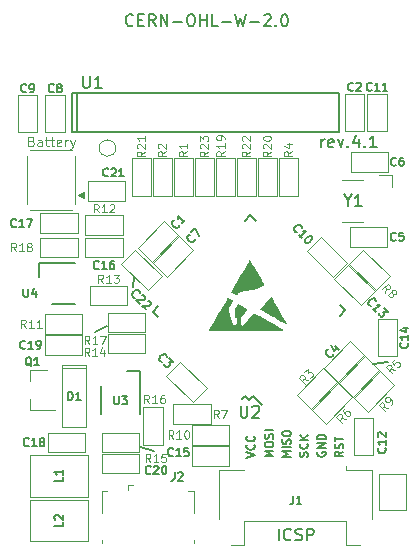
<source format=gto>
G04 #@! TF.GenerationSoftware,KiCad,Pcbnew,5.1.9*
G04 #@! TF.CreationDate,2021-04-02T18:31:15+02:00*
G04 #@! TF.ProjectId,xling,786c696e-672e-46b6-9963-61645f706362,4.1*
G04 #@! TF.SameCoordinates,Original*
G04 #@! TF.FileFunction,Legend,Top*
G04 #@! TF.FilePolarity,Positive*
%FSLAX46Y46*%
G04 Gerber Fmt 4.6, Leading zero omitted, Abs format (unit mm)*
G04 Created by KiCad (PCBNEW 5.1.9) date 2021-04-02 18:31:15*
%MOMM*%
%LPD*%
G01*
G04 APERTURE LIST*
%ADD10C,0.200000*%
%ADD11C,0.150000*%
%ADD12C,0.175000*%
%ADD13C,0.010000*%
%ADD14C,0.120000*%
%ADD15C,0.100000*%
%ADD16C,0.125000*%
G04 APERTURE END LIST*
D10*
X79501795Y-52217580D02*
X79501795Y-51550914D01*
X79501795Y-51741390D02*
X79549414Y-51646152D01*
X79597033Y-51598533D01*
X79692271Y-51550914D01*
X79787509Y-51550914D01*
X80501795Y-52169961D02*
X80406557Y-52217580D01*
X80216080Y-52217580D01*
X80120842Y-52169961D01*
X80073223Y-52074723D01*
X80073223Y-51693771D01*
X80120842Y-51598533D01*
X80216080Y-51550914D01*
X80406557Y-51550914D01*
X80501795Y-51598533D01*
X80549414Y-51693771D01*
X80549414Y-51789009D01*
X80073223Y-51884247D01*
X80882747Y-51550914D02*
X81120842Y-52217580D01*
X81358938Y-51550914D01*
X81739890Y-52122342D02*
X81787509Y-52169961D01*
X81739890Y-52217580D01*
X81692271Y-52169961D01*
X81739890Y-52122342D01*
X81739890Y-52217580D01*
X82644652Y-51550914D02*
X82644652Y-52217580D01*
X82406557Y-51169961D02*
X82168461Y-51884247D01*
X82787509Y-51884247D01*
X83168461Y-52122342D02*
X83216080Y-52169961D01*
X83168461Y-52217580D01*
X83120842Y-52169961D01*
X83168461Y-52122342D01*
X83168461Y-52217580D01*
X84168461Y-52217580D02*
X83597033Y-52217580D01*
X83882747Y-52217580D02*
X83882747Y-51217580D01*
X83787509Y-51360438D01*
X83692271Y-51455676D01*
X83597033Y-51503295D01*
X63550523Y-41860742D02*
X63502904Y-41908361D01*
X63360047Y-41955980D01*
X63264809Y-41955980D01*
X63121952Y-41908361D01*
X63026714Y-41813123D01*
X62979095Y-41717885D01*
X62931476Y-41527409D01*
X62931476Y-41384552D01*
X62979095Y-41194076D01*
X63026714Y-41098838D01*
X63121952Y-41003600D01*
X63264809Y-40955980D01*
X63360047Y-40955980D01*
X63502904Y-41003600D01*
X63550523Y-41051219D01*
X63979095Y-41432171D02*
X64312428Y-41432171D01*
X64455285Y-41955980D02*
X63979095Y-41955980D01*
X63979095Y-40955980D01*
X64455285Y-40955980D01*
X65455285Y-41955980D02*
X65121952Y-41479790D01*
X64883857Y-41955980D02*
X64883857Y-40955980D01*
X65264809Y-40955980D01*
X65360047Y-41003600D01*
X65407666Y-41051219D01*
X65455285Y-41146457D01*
X65455285Y-41289314D01*
X65407666Y-41384552D01*
X65360047Y-41432171D01*
X65264809Y-41479790D01*
X64883857Y-41479790D01*
X65883857Y-41955980D02*
X65883857Y-40955980D01*
X66455285Y-41955980D01*
X66455285Y-40955980D01*
X66931476Y-41575028D02*
X67693380Y-41575028D01*
X68360047Y-40955980D02*
X68550523Y-40955980D01*
X68645761Y-41003600D01*
X68741000Y-41098838D01*
X68788619Y-41289314D01*
X68788619Y-41622647D01*
X68741000Y-41813123D01*
X68645761Y-41908361D01*
X68550523Y-41955980D01*
X68360047Y-41955980D01*
X68264809Y-41908361D01*
X68169571Y-41813123D01*
X68121952Y-41622647D01*
X68121952Y-41289314D01*
X68169571Y-41098838D01*
X68264809Y-41003600D01*
X68360047Y-40955980D01*
X69217190Y-41955980D02*
X69217190Y-40955980D01*
X69217190Y-41432171D02*
X69788619Y-41432171D01*
X69788619Y-41955980D02*
X69788619Y-40955980D01*
X70741000Y-41955980D02*
X70264809Y-41955980D01*
X70264809Y-40955980D01*
X71074333Y-41575028D02*
X71836238Y-41575028D01*
X72217190Y-40955980D02*
X72455285Y-41955980D01*
X72645761Y-41241695D01*
X72836238Y-41955980D01*
X73074333Y-40955980D01*
X73455285Y-41575028D02*
X74217190Y-41575028D01*
X74645761Y-41051219D02*
X74693380Y-41003600D01*
X74788619Y-40955980D01*
X75026714Y-40955980D01*
X75121952Y-41003600D01*
X75169571Y-41051219D01*
X75217190Y-41146457D01*
X75217190Y-41241695D01*
X75169571Y-41384552D01*
X74598142Y-41955980D01*
X75217190Y-41955980D01*
X75645761Y-41860742D02*
X75693380Y-41908361D01*
X75645761Y-41955980D01*
X75598142Y-41908361D01*
X75645761Y-41860742D01*
X75645761Y-41955980D01*
X76312428Y-40955980D02*
X76407666Y-40955980D01*
X76502904Y-41003600D01*
X76550523Y-41051219D01*
X76598142Y-41146457D01*
X76645761Y-41336933D01*
X76645761Y-41575028D01*
X76598142Y-41765504D01*
X76550523Y-41860742D01*
X76502904Y-41908361D01*
X76407666Y-41955980D01*
X76312428Y-41955980D01*
X76217190Y-41908361D01*
X76169571Y-41860742D01*
X76121952Y-41765504D01*
X76074333Y-41575028D01*
X76074333Y-41336933D01*
X76121952Y-41146457D01*
X76169571Y-41051219D01*
X76217190Y-41003600D01*
X76312428Y-40955980D01*
D11*
X60286900Y-67818000D02*
X61366400Y-67348100D01*
X63665100Y-63233300D02*
X63525400Y-64071500D01*
X64096900Y-77571600D02*
X65341500Y-77965300D01*
X83896200Y-70523100D02*
X85115400Y-70383400D01*
X75866809Y-85491580D02*
X75866809Y-84491580D01*
X76914428Y-85396342D02*
X76866809Y-85443961D01*
X76723952Y-85491580D01*
X76628714Y-85491580D01*
X76485857Y-85443961D01*
X76390619Y-85348723D01*
X76343000Y-85253485D01*
X76295380Y-85063009D01*
X76295380Y-84920152D01*
X76343000Y-84729676D01*
X76390619Y-84634438D01*
X76485857Y-84539200D01*
X76628714Y-84491580D01*
X76723952Y-84491580D01*
X76866809Y-84539200D01*
X76914428Y-84586819D01*
X77295380Y-85443961D02*
X77438238Y-85491580D01*
X77676333Y-85491580D01*
X77771571Y-85443961D01*
X77819190Y-85396342D01*
X77866809Y-85301104D01*
X77866809Y-85205866D01*
X77819190Y-85110628D01*
X77771571Y-85063009D01*
X77676333Y-85015390D01*
X77485857Y-84967771D01*
X77390619Y-84920152D01*
X77343000Y-84872533D01*
X77295380Y-84777295D01*
X77295380Y-84682057D01*
X77343000Y-84586819D01*
X77390619Y-84539200D01*
X77485857Y-84491580D01*
X77723952Y-84491580D01*
X77866809Y-84539200D01*
X78295380Y-85491580D02*
X78295380Y-84491580D01*
X78676333Y-84491580D01*
X78771571Y-84539200D01*
X78819190Y-84586819D01*
X78866809Y-84682057D01*
X78866809Y-84824914D01*
X78819190Y-84920152D01*
X78771571Y-84967771D01*
X78676333Y-85015390D01*
X78295380Y-85015390D01*
D12*
X81348666Y-77979583D02*
X81015333Y-78212916D01*
X81348666Y-78379583D02*
X80648666Y-78379583D01*
X80648666Y-78112916D01*
X80682000Y-78046250D01*
X80715333Y-78012916D01*
X80782000Y-77979583D01*
X80882000Y-77979583D01*
X80948666Y-78012916D01*
X80982000Y-78046250D01*
X81015333Y-78112916D01*
X81015333Y-78379583D01*
X81315333Y-77712916D02*
X81348666Y-77612916D01*
X81348666Y-77446250D01*
X81315333Y-77379583D01*
X81282000Y-77346250D01*
X81215333Y-77312916D01*
X81148666Y-77312916D01*
X81082000Y-77346250D01*
X81048666Y-77379583D01*
X81015333Y-77446250D01*
X80982000Y-77579583D01*
X80948666Y-77646250D01*
X80915333Y-77679583D01*
X80848666Y-77712916D01*
X80782000Y-77712916D01*
X80715333Y-77679583D01*
X80682000Y-77646250D01*
X80648666Y-77579583D01*
X80648666Y-77412916D01*
X80682000Y-77312916D01*
X80648666Y-77112916D02*
X80648666Y-76712916D01*
X81348666Y-76912916D02*
X80648666Y-76912916D01*
X79182000Y-78012916D02*
X79148666Y-78079583D01*
X79148666Y-78179583D01*
X79182000Y-78279583D01*
X79248666Y-78346250D01*
X79315333Y-78379583D01*
X79448666Y-78412916D01*
X79548666Y-78412916D01*
X79682000Y-78379583D01*
X79748666Y-78346250D01*
X79815333Y-78279583D01*
X79848666Y-78179583D01*
X79848666Y-78112916D01*
X79815333Y-78012916D01*
X79782000Y-77979583D01*
X79548666Y-77979583D01*
X79548666Y-78112916D01*
X79848666Y-77679583D02*
X79148666Y-77679583D01*
X79848666Y-77279583D01*
X79148666Y-77279583D01*
X79848666Y-76946250D02*
X79148666Y-76946250D01*
X79148666Y-76779583D01*
X79182000Y-76679583D01*
X79248666Y-76612916D01*
X79315333Y-76579583D01*
X79448666Y-76546250D01*
X79548666Y-76546250D01*
X79682000Y-76579583D01*
X79748666Y-76612916D01*
X79815333Y-76679583D01*
X79848666Y-76779583D01*
X79848666Y-76946250D01*
X78315333Y-78412916D02*
X78348666Y-78312916D01*
X78348666Y-78146250D01*
X78315333Y-78079583D01*
X78282000Y-78046250D01*
X78215333Y-78012916D01*
X78148666Y-78012916D01*
X78082000Y-78046250D01*
X78048666Y-78079583D01*
X78015333Y-78146250D01*
X77982000Y-78279583D01*
X77948666Y-78346250D01*
X77915333Y-78379583D01*
X77848666Y-78412916D01*
X77782000Y-78412916D01*
X77715333Y-78379583D01*
X77682000Y-78346250D01*
X77648666Y-78279583D01*
X77648666Y-78112916D01*
X77682000Y-78012916D01*
X78282000Y-77312916D02*
X78315333Y-77346250D01*
X78348666Y-77446250D01*
X78348666Y-77512916D01*
X78315333Y-77612916D01*
X78248666Y-77679583D01*
X78182000Y-77712916D01*
X78048666Y-77746250D01*
X77948666Y-77746250D01*
X77815333Y-77712916D01*
X77748666Y-77679583D01*
X77682000Y-77612916D01*
X77648666Y-77512916D01*
X77648666Y-77446250D01*
X77682000Y-77346250D01*
X77715333Y-77312916D01*
X78348666Y-77012916D02*
X77648666Y-77012916D01*
X78348666Y-76612916D02*
X77948666Y-76912916D01*
X77648666Y-76612916D02*
X78048666Y-77012916D01*
X76898666Y-78429583D02*
X76198666Y-78429583D01*
X76698666Y-78196250D01*
X76198666Y-77962916D01*
X76898666Y-77962916D01*
X76898666Y-77629583D02*
X76198666Y-77629583D01*
X76865333Y-77329583D02*
X76898666Y-77229583D01*
X76898666Y-77062916D01*
X76865333Y-76996250D01*
X76832000Y-76962916D01*
X76765333Y-76929583D01*
X76698666Y-76929583D01*
X76632000Y-76962916D01*
X76598666Y-76996250D01*
X76565333Y-77062916D01*
X76532000Y-77196250D01*
X76498666Y-77262916D01*
X76465333Y-77296250D01*
X76398666Y-77329583D01*
X76332000Y-77329583D01*
X76265333Y-77296250D01*
X76232000Y-77262916D01*
X76198666Y-77196250D01*
X76198666Y-77029583D01*
X76232000Y-76929583D01*
X76198666Y-76496250D02*
X76198666Y-76362916D01*
X76232000Y-76296250D01*
X76298666Y-76229583D01*
X76432000Y-76196250D01*
X76665333Y-76196250D01*
X76798666Y-76229583D01*
X76865333Y-76296250D01*
X76898666Y-76362916D01*
X76898666Y-76496250D01*
X76865333Y-76562916D01*
X76798666Y-76629583D01*
X76665333Y-76662916D01*
X76432000Y-76662916D01*
X76298666Y-76629583D01*
X76232000Y-76562916D01*
X76198666Y-76496250D01*
X75398666Y-78379583D02*
X74698666Y-78379583D01*
X75198666Y-78146250D01*
X74698666Y-77912916D01*
X75398666Y-77912916D01*
X74698666Y-77446250D02*
X74698666Y-77312916D01*
X74732000Y-77246250D01*
X74798666Y-77179583D01*
X74932000Y-77146250D01*
X75165333Y-77146250D01*
X75298666Y-77179583D01*
X75365333Y-77246250D01*
X75398666Y-77312916D01*
X75398666Y-77446250D01*
X75365333Y-77512916D01*
X75298666Y-77579583D01*
X75165333Y-77612916D01*
X74932000Y-77612916D01*
X74798666Y-77579583D01*
X74732000Y-77512916D01*
X74698666Y-77446250D01*
X75365333Y-76879583D02*
X75398666Y-76779583D01*
X75398666Y-76612916D01*
X75365333Y-76546250D01*
X75332000Y-76512916D01*
X75265333Y-76479583D01*
X75198666Y-76479583D01*
X75132000Y-76512916D01*
X75098666Y-76546250D01*
X75065333Y-76612916D01*
X75032000Y-76746250D01*
X74998666Y-76812916D01*
X74965333Y-76846250D01*
X74898666Y-76879583D01*
X74832000Y-76879583D01*
X74765333Y-76846250D01*
X74732000Y-76812916D01*
X74698666Y-76746250D01*
X74698666Y-76579583D01*
X74732000Y-76479583D01*
X75398666Y-76179583D02*
X74698666Y-76179583D01*
X73148666Y-78479583D02*
X73848666Y-78246250D01*
X73148666Y-78012916D01*
X73782000Y-77379583D02*
X73815333Y-77412916D01*
X73848666Y-77512916D01*
X73848666Y-77579583D01*
X73815333Y-77679583D01*
X73748666Y-77746250D01*
X73682000Y-77779583D01*
X73548666Y-77812916D01*
X73448666Y-77812916D01*
X73315333Y-77779583D01*
X73248666Y-77746250D01*
X73182000Y-77679583D01*
X73148666Y-77579583D01*
X73148666Y-77512916D01*
X73182000Y-77412916D01*
X73215333Y-77379583D01*
X73782000Y-76679583D02*
X73815333Y-76712916D01*
X73848666Y-76812916D01*
X73848666Y-76879583D01*
X73815333Y-76979583D01*
X73748666Y-77046250D01*
X73682000Y-77079583D01*
X73548666Y-77112916D01*
X73448666Y-77112916D01*
X73315333Y-77079583D01*
X73248666Y-77046250D01*
X73182000Y-76979583D01*
X73148666Y-76879583D01*
X73148666Y-76812916D01*
X73182000Y-76712916D01*
X73215333Y-76679583D01*
D13*
G36*
X71575694Y-65010358D02*
G01*
X71608219Y-65022936D01*
X71657793Y-65047912D01*
X71728974Y-65087076D01*
X71734516Y-65090188D01*
X71800074Y-65127676D01*
X71855398Y-65160519D01*
X71895055Y-65185405D01*
X71913612Y-65199020D01*
X71914131Y-65199687D01*
X71909648Y-65218590D01*
X71889086Y-65260805D01*
X71853783Y-65324032D01*
X71805080Y-65405972D01*
X71744318Y-65504322D01*
X71672836Y-65616785D01*
X71655045Y-65644365D01*
X71608693Y-65720899D01*
X71574942Y-65786756D01*
X71556753Y-65835982D01*
X71554886Y-65845707D01*
X71555715Y-65888512D01*
X71564994Y-65956409D01*
X71581568Y-66045043D01*
X71604280Y-66150059D01*
X71631973Y-66267102D01*
X71663490Y-66391816D01*
X71697675Y-66519845D01*
X71733371Y-66646834D01*
X71769421Y-66768428D01*
X71804668Y-66880272D01*
X71837956Y-66978010D01*
X71868128Y-67057287D01*
X71889161Y-67104322D01*
X71913937Y-67154425D01*
X71937330Y-67202368D01*
X71938597Y-67204993D01*
X71977299Y-67253420D01*
X72033784Y-67286028D01*
X72099539Y-67301654D01*
X72166051Y-67299137D01*
X72224805Y-67277314D01*
X72257858Y-67248582D01*
X72305459Y-67169783D01*
X72340339Y-67071578D01*
X72359477Y-66963979D01*
X72362188Y-66902980D01*
X72351270Y-66789135D01*
X72319224Y-66694860D01*
X72264326Y-66615579D01*
X72247207Y-66597933D01*
X72196261Y-66548435D01*
X72192763Y-66198562D01*
X72189264Y-65848689D01*
X72278418Y-65713731D01*
X72320254Y-65652645D01*
X72360545Y-65597693D01*
X72393543Y-65556536D01*
X72407726Y-65541392D01*
X72447881Y-65504010D01*
X72502265Y-65533298D01*
X72536639Y-65554284D01*
X72555446Y-65570578D01*
X72556649Y-65573507D01*
X72569503Y-65585928D01*
X72591496Y-65595177D01*
X72612750Y-65603513D01*
X72645294Y-65619349D01*
X72691922Y-65644233D01*
X72755429Y-65679709D01*
X72838608Y-65727323D01*
X72944253Y-65788622D01*
X73001662Y-65822132D01*
X73069194Y-65862271D01*
X73113485Y-65890859D01*
X73138455Y-65911239D01*
X73148023Y-65926753D01*
X73146108Y-65940746D01*
X73144511Y-65943996D01*
X73128976Y-65964466D01*
X73095736Y-66002865D01*
X73048662Y-66054896D01*
X72991628Y-66116266D01*
X72942300Y-66168290D01*
X72828630Y-66291767D01*
X72739705Y-66398791D01*
X72674734Y-66490440D01*
X72632921Y-66567788D01*
X72618817Y-66607066D01*
X72612992Y-66641449D01*
X72606975Y-66700099D01*
X72601296Y-66776317D01*
X72596484Y-66863402D01*
X72594219Y-66918468D01*
X72591059Y-67013664D01*
X72589669Y-67083262D01*
X72590458Y-67132609D01*
X72593835Y-67167054D01*
X72600208Y-67191943D01*
X72609987Y-67212625D01*
X72617667Y-67225253D01*
X72662021Y-67273926D01*
X72719174Y-67307845D01*
X72779308Y-67322638D01*
X72824373Y-67317286D01*
X72865176Y-67294130D01*
X72916324Y-67252662D01*
X72970642Y-67200112D01*
X73020957Y-67143716D01*
X73060094Y-67090705D01*
X73074505Y-67065089D01*
X73096091Y-67030014D01*
X73135353Y-66976589D01*
X73188702Y-66908989D01*
X73252552Y-66831390D01*
X73323315Y-66747968D01*
X73397404Y-66662898D01*
X73471232Y-66580355D01*
X73541211Y-66504516D01*
X73603755Y-66439556D01*
X73652860Y-66391869D01*
X73707379Y-66344232D01*
X73753242Y-66309108D01*
X73785411Y-66290149D01*
X73796089Y-66288064D01*
X73812453Y-66296474D01*
X73853271Y-66319046D01*
X73916186Y-66354424D01*
X73998844Y-66401254D01*
X74098889Y-66458181D01*
X74213966Y-66523849D01*
X74341719Y-66596903D01*
X74479794Y-66675988D01*
X74625834Y-66759748D01*
X74777484Y-66846829D01*
X74932390Y-66935876D01*
X75088195Y-67025532D01*
X75242544Y-67114443D01*
X75393082Y-67201254D01*
X75537454Y-67284609D01*
X75673304Y-67363154D01*
X75798277Y-67435533D01*
X75910017Y-67500390D01*
X76006170Y-67556371D01*
X76084379Y-67602120D01*
X76142289Y-67636283D01*
X76177546Y-67657504D01*
X76187765Y-67664163D01*
X76174002Y-67665480D01*
X76130704Y-67666759D01*
X76059314Y-67667996D01*
X75961273Y-67669183D01*
X75838022Y-67670315D01*
X75691003Y-67671386D01*
X75521657Y-67672389D01*
X75331426Y-67673319D01*
X75121751Y-67674168D01*
X74894073Y-67674932D01*
X74649835Y-67675603D01*
X74390477Y-67676176D01*
X74117441Y-67676644D01*
X73832168Y-67677002D01*
X73536100Y-67677242D01*
X73230679Y-67677359D01*
X73102524Y-67677371D01*
X70002570Y-67677371D01*
X70223653Y-67294047D01*
X70270456Y-67212880D01*
X70330702Y-67108366D01*
X70402378Y-66984001D01*
X70483469Y-66843282D01*
X70571962Y-66689703D01*
X70665840Y-66526762D01*
X70763091Y-66357954D01*
X70861700Y-66186775D01*
X70959653Y-66016721D01*
X70984425Y-65973712D01*
X71074752Y-65817057D01*
X71160889Y-65668003D01*
X71241542Y-65528768D01*
X71315416Y-65401571D01*
X71381217Y-65288632D01*
X71437650Y-65192168D01*
X71483421Y-65114400D01*
X71517235Y-65057546D01*
X71537798Y-65023825D01*
X71543553Y-65015240D01*
X71555658Y-65008389D01*
X71575694Y-65010358D01*
G37*
X71575694Y-65010358D02*
X71608219Y-65022936D01*
X71657793Y-65047912D01*
X71728974Y-65087076D01*
X71734516Y-65090188D01*
X71800074Y-65127676D01*
X71855398Y-65160519D01*
X71895055Y-65185405D01*
X71913612Y-65199020D01*
X71914131Y-65199687D01*
X71909648Y-65218590D01*
X71889086Y-65260805D01*
X71853783Y-65324032D01*
X71805080Y-65405972D01*
X71744318Y-65504322D01*
X71672836Y-65616785D01*
X71655045Y-65644365D01*
X71608693Y-65720899D01*
X71574942Y-65786756D01*
X71556753Y-65835982D01*
X71554886Y-65845707D01*
X71555715Y-65888512D01*
X71564994Y-65956409D01*
X71581568Y-66045043D01*
X71604280Y-66150059D01*
X71631973Y-66267102D01*
X71663490Y-66391816D01*
X71697675Y-66519845D01*
X71733371Y-66646834D01*
X71769421Y-66768428D01*
X71804668Y-66880272D01*
X71837956Y-66978010D01*
X71868128Y-67057287D01*
X71889161Y-67104322D01*
X71913937Y-67154425D01*
X71937330Y-67202368D01*
X71938597Y-67204993D01*
X71977299Y-67253420D01*
X72033784Y-67286028D01*
X72099539Y-67301654D01*
X72166051Y-67299137D01*
X72224805Y-67277314D01*
X72257858Y-67248582D01*
X72305459Y-67169783D01*
X72340339Y-67071578D01*
X72359477Y-66963979D01*
X72362188Y-66902980D01*
X72351270Y-66789135D01*
X72319224Y-66694860D01*
X72264326Y-66615579D01*
X72247207Y-66597933D01*
X72196261Y-66548435D01*
X72192763Y-66198562D01*
X72189264Y-65848689D01*
X72278418Y-65713731D01*
X72320254Y-65652645D01*
X72360545Y-65597693D01*
X72393543Y-65556536D01*
X72407726Y-65541392D01*
X72447881Y-65504010D01*
X72502265Y-65533298D01*
X72536639Y-65554284D01*
X72555446Y-65570578D01*
X72556649Y-65573507D01*
X72569503Y-65585928D01*
X72591496Y-65595177D01*
X72612750Y-65603513D01*
X72645294Y-65619349D01*
X72691922Y-65644233D01*
X72755429Y-65679709D01*
X72838608Y-65727323D01*
X72944253Y-65788622D01*
X73001662Y-65822132D01*
X73069194Y-65862271D01*
X73113485Y-65890859D01*
X73138455Y-65911239D01*
X73148023Y-65926753D01*
X73146108Y-65940746D01*
X73144511Y-65943996D01*
X73128976Y-65964466D01*
X73095736Y-66002865D01*
X73048662Y-66054896D01*
X72991628Y-66116266D01*
X72942300Y-66168290D01*
X72828630Y-66291767D01*
X72739705Y-66398791D01*
X72674734Y-66490440D01*
X72632921Y-66567788D01*
X72618817Y-66607066D01*
X72612992Y-66641449D01*
X72606975Y-66700099D01*
X72601296Y-66776317D01*
X72596484Y-66863402D01*
X72594219Y-66918468D01*
X72591059Y-67013664D01*
X72589669Y-67083262D01*
X72590458Y-67132609D01*
X72593835Y-67167054D01*
X72600208Y-67191943D01*
X72609987Y-67212625D01*
X72617667Y-67225253D01*
X72662021Y-67273926D01*
X72719174Y-67307845D01*
X72779308Y-67322638D01*
X72824373Y-67317286D01*
X72865176Y-67294130D01*
X72916324Y-67252662D01*
X72970642Y-67200112D01*
X73020957Y-67143716D01*
X73060094Y-67090705D01*
X73074505Y-67065089D01*
X73096091Y-67030014D01*
X73135353Y-66976589D01*
X73188702Y-66908989D01*
X73252552Y-66831390D01*
X73323315Y-66747968D01*
X73397404Y-66662898D01*
X73471232Y-66580355D01*
X73541211Y-66504516D01*
X73603755Y-66439556D01*
X73652860Y-66391869D01*
X73707379Y-66344232D01*
X73753242Y-66309108D01*
X73785411Y-66290149D01*
X73796089Y-66288064D01*
X73812453Y-66296474D01*
X73853271Y-66319046D01*
X73916186Y-66354424D01*
X73998844Y-66401254D01*
X74098889Y-66458181D01*
X74213966Y-66523849D01*
X74341719Y-66596903D01*
X74479794Y-66675988D01*
X74625834Y-66759748D01*
X74777484Y-66846829D01*
X74932390Y-66935876D01*
X75088195Y-67025532D01*
X75242544Y-67114443D01*
X75393082Y-67201254D01*
X75537454Y-67284609D01*
X75673304Y-67363154D01*
X75798277Y-67435533D01*
X75910017Y-67500390D01*
X76006170Y-67556371D01*
X76084379Y-67602120D01*
X76142289Y-67636283D01*
X76177546Y-67657504D01*
X76187765Y-67664163D01*
X76174002Y-67665480D01*
X76130704Y-67666759D01*
X76059314Y-67667996D01*
X75961273Y-67669183D01*
X75838022Y-67670315D01*
X75691003Y-67671386D01*
X75521657Y-67672389D01*
X75331426Y-67673319D01*
X75121751Y-67674168D01*
X74894073Y-67674932D01*
X74649835Y-67675603D01*
X74390477Y-67676176D01*
X74117441Y-67676644D01*
X73832168Y-67677002D01*
X73536100Y-67677242D01*
X73230679Y-67677359D01*
X73102524Y-67677371D01*
X70002570Y-67677371D01*
X70223653Y-67294047D01*
X70270456Y-67212880D01*
X70330702Y-67108366D01*
X70402378Y-66984001D01*
X70483469Y-66843282D01*
X70571962Y-66689703D01*
X70665840Y-66526762D01*
X70763091Y-66357954D01*
X70861700Y-66186775D01*
X70959653Y-66016721D01*
X70984425Y-65973712D01*
X71074752Y-65817057D01*
X71160889Y-65668003D01*
X71241542Y-65528768D01*
X71315416Y-65401571D01*
X71381217Y-65288632D01*
X71437650Y-65192168D01*
X71483421Y-65114400D01*
X71517235Y-65057546D01*
X71537798Y-65023825D01*
X71543553Y-65015240D01*
X71555658Y-65008389D01*
X71575694Y-65010358D01*
G36*
X75241128Y-64953819D02*
G01*
X75252508Y-64972893D01*
X75278088Y-65016621D01*
X75316602Y-65082819D01*
X75366786Y-65169302D01*
X75427375Y-65273885D01*
X75497103Y-65394383D01*
X75574707Y-65528612D01*
X75658920Y-65674387D01*
X75748479Y-65829523D01*
X75840598Y-65989200D01*
X75934676Y-66152317D01*
X76025002Y-66308909D01*
X76110265Y-66456706D01*
X76189157Y-66593440D01*
X76260369Y-66716842D01*
X76322591Y-66824644D01*
X76374513Y-66914577D01*
X76414828Y-66984373D01*
X76442224Y-67031764D01*
X76455107Y-67053986D01*
X76476107Y-67091530D01*
X76487525Y-67115031D01*
X76488151Y-67119120D01*
X76474236Y-67111442D01*
X76435541Y-67089403D01*
X76374087Y-67054171D01*
X76291898Y-67006911D01*
X76190996Y-66948789D01*
X76073405Y-66880971D01*
X75941146Y-66804624D01*
X75796242Y-66720914D01*
X75640717Y-66631006D01*
X75476592Y-66536067D01*
X75414149Y-66499932D01*
X75247087Y-66403283D01*
X75087674Y-66311138D01*
X74937955Y-66224675D01*
X74799976Y-66145071D01*
X74675785Y-66073505D01*
X74567427Y-66011155D01*
X74476948Y-65959198D01*
X74406396Y-65918813D01*
X74357815Y-65891178D01*
X74333254Y-65877472D01*
X74330685Y-65876174D01*
X74338169Y-65864420D01*
X74364214Y-65832995D01*
X74406159Y-65784794D01*
X74461346Y-65722710D01*
X74527117Y-65649639D01*
X74600812Y-65568476D01*
X74679773Y-65482116D01*
X74761340Y-65393453D01*
X74842854Y-65305382D01*
X74921657Y-65220799D01*
X74995090Y-65142597D01*
X75060493Y-65073672D01*
X75115208Y-65016919D01*
X75156577Y-64975232D01*
X75170764Y-64961563D01*
X75217780Y-64917401D01*
X75241128Y-64953819D01*
G37*
X75241128Y-64953819D02*
X75252508Y-64972893D01*
X75278088Y-65016621D01*
X75316602Y-65082819D01*
X75366786Y-65169302D01*
X75427375Y-65273885D01*
X75497103Y-65394383D01*
X75574707Y-65528612D01*
X75658920Y-65674387D01*
X75748479Y-65829523D01*
X75840598Y-65989200D01*
X75934676Y-66152317D01*
X76025002Y-66308909D01*
X76110265Y-66456706D01*
X76189157Y-66593440D01*
X76260369Y-66716842D01*
X76322591Y-66824644D01*
X76374513Y-66914577D01*
X76414828Y-66984373D01*
X76442224Y-67031764D01*
X76455107Y-67053986D01*
X76476107Y-67091530D01*
X76487525Y-67115031D01*
X76488151Y-67119120D01*
X76474236Y-67111442D01*
X76435541Y-67089403D01*
X76374087Y-67054171D01*
X76291898Y-67006911D01*
X76190996Y-66948789D01*
X76073405Y-66880971D01*
X75941146Y-66804624D01*
X75796242Y-66720914D01*
X75640717Y-66631006D01*
X75476592Y-66536067D01*
X75414149Y-66499932D01*
X75247087Y-66403283D01*
X75087674Y-66311138D01*
X74937955Y-66224675D01*
X74799976Y-66145071D01*
X74675785Y-66073505D01*
X74567427Y-66011155D01*
X74476948Y-65959198D01*
X74406396Y-65918813D01*
X74357815Y-65891178D01*
X74333254Y-65877472D01*
X74330685Y-65876174D01*
X74338169Y-65864420D01*
X74364214Y-65832995D01*
X74406159Y-65784794D01*
X74461346Y-65722710D01*
X74527117Y-65649639D01*
X74600812Y-65568476D01*
X74679773Y-65482116D01*
X74761340Y-65393453D01*
X74842854Y-65305382D01*
X74921657Y-65220799D01*
X74995090Y-65142597D01*
X75060493Y-65073672D01*
X75115208Y-65016919D01*
X75156577Y-64975232D01*
X75170764Y-64961563D01*
X75217780Y-64917401D01*
X75241128Y-64953819D01*
G36*
X73417643Y-61805035D02*
G01*
X73440665Y-61842445D01*
X73476134Y-61901714D01*
X73522596Y-61980318D01*
X73578596Y-62075738D01*
X73642681Y-62185450D01*
X73713396Y-62306934D01*
X73789287Y-62437668D01*
X73868899Y-62575130D01*
X73950778Y-62716798D01*
X74033470Y-62860151D01*
X74115521Y-63002667D01*
X74195476Y-63141824D01*
X74271881Y-63275101D01*
X74343282Y-63399976D01*
X74408224Y-63513927D01*
X74465253Y-63614433D01*
X74512915Y-63698972D01*
X74549755Y-63765022D01*
X74574320Y-63810062D01*
X74585154Y-63831570D01*
X74585551Y-63832914D01*
X74572101Y-63851165D01*
X74534714Y-63879082D01*
X74477835Y-63913925D01*
X74405912Y-63952954D01*
X74330615Y-63990043D01*
X74228160Y-64035017D01*
X74120417Y-64075426D01*
X74003673Y-64112169D01*
X73874218Y-64146142D01*
X73728340Y-64178244D01*
X73562326Y-64209373D01*
X73372466Y-64240427D01*
X73176069Y-64269345D01*
X73005434Y-64295000D01*
X72862145Y-64320398D01*
X72742608Y-64346802D01*
X72643230Y-64375473D01*
X72560418Y-64407673D01*
X72490578Y-64444665D01*
X72430118Y-64487712D01*
X72375445Y-64538075D01*
X72357814Y-64556783D01*
X72319600Y-64600339D01*
X72291332Y-64635882D01*
X72278218Y-64656783D01*
X72277868Y-64658497D01*
X72273280Y-64669006D01*
X72257358Y-64669124D01*
X72226866Y-64657454D01*
X72178568Y-64632596D01*
X72109227Y-64593152D01*
X72061039Y-64564787D01*
X71989183Y-64520447D01*
X71933342Y-64482479D01*
X71897267Y-64453616D01*
X71884713Y-64436588D01*
X71884721Y-64436464D01*
X71892506Y-64420237D01*
X71914492Y-64379600D01*
X71949403Y-64316767D01*
X71995963Y-64233952D01*
X72052895Y-64133372D01*
X72118923Y-64017240D01*
X72192772Y-63887771D01*
X72273164Y-63747180D01*
X72358824Y-63597682D01*
X72448476Y-63441492D01*
X72540843Y-63280824D01*
X72634649Y-63117893D01*
X72728618Y-62954913D01*
X72821474Y-62794100D01*
X72911940Y-62637668D01*
X72998741Y-62487833D01*
X73080600Y-62346808D01*
X73156241Y-62216809D01*
X73224387Y-62100049D01*
X73283763Y-61998745D01*
X73333093Y-61915111D01*
X73371100Y-61851362D01*
X73396507Y-61809711D01*
X73408040Y-61792375D01*
X73408523Y-61792005D01*
X73417643Y-61805035D01*
G37*
X73417643Y-61805035D02*
X73440665Y-61842445D01*
X73476134Y-61901714D01*
X73522596Y-61980318D01*
X73578596Y-62075738D01*
X73642681Y-62185450D01*
X73713396Y-62306934D01*
X73789287Y-62437668D01*
X73868899Y-62575130D01*
X73950778Y-62716798D01*
X74033470Y-62860151D01*
X74115521Y-63002667D01*
X74195476Y-63141824D01*
X74271881Y-63275101D01*
X74343282Y-63399976D01*
X74408224Y-63513927D01*
X74465253Y-63614433D01*
X74512915Y-63698972D01*
X74549755Y-63765022D01*
X74574320Y-63810062D01*
X74585154Y-63831570D01*
X74585551Y-63832914D01*
X74572101Y-63851165D01*
X74534714Y-63879082D01*
X74477835Y-63913925D01*
X74405912Y-63952954D01*
X74330615Y-63990043D01*
X74228160Y-64035017D01*
X74120417Y-64075426D01*
X74003673Y-64112169D01*
X73874218Y-64146142D01*
X73728340Y-64178244D01*
X73562326Y-64209373D01*
X73372466Y-64240427D01*
X73176069Y-64269345D01*
X73005434Y-64295000D01*
X72862145Y-64320398D01*
X72742608Y-64346802D01*
X72643230Y-64375473D01*
X72560418Y-64407673D01*
X72490578Y-64444665D01*
X72430118Y-64487712D01*
X72375445Y-64538075D01*
X72357814Y-64556783D01*
X72319600Y-64600339D01*
X72291332Y-64635882D01*
X72278218Y-64656783D01*
X72277868Y-64658497D01*
X72273280Y-64669006D01*
X72257358Y-64669124D01*
X72226866Y-64657454D01*
X72178568Y-64632596D01*
X72109227Y-64593152D01*
X72061039Y-64564787D01*
X71989183Y-64520447D01*
X71933342Y-64482479D01*
X71897267Y-64453616D01*
X71884713Y-64436588D01*
X71884721Y-64436464D01*
X71892506Y-64420237D01*
X71914492Y-64379600D01*
X71949403Y-64316767D01*
X71995963Y-64233952D01*
X72052895Y-64133372D01*
X72118923Y-64017240D01*
X72192772Y-63887771D01*
X72273164Y-63747180D01*
X72358824Y-63597682D01*
X72448476Y-63441492D01*
X72540843Y-63280824D01*
X72634649Y-63117893D01*
X72728618Y-62954913D01*
X72821474Y-62794100D01*
X72911940Y-62637668D01*
X72998741Y-62487833D01*
X73080600Y-62346808D01*
X73156241Y-62216809D01*
X73224387Y-62100049D01*
X73283763Y-61998745D01*
X73333093Y-61915111D01*
X73371100Y-61851362D01*
X73396507Y-61809711D01*
X73408040Y-61792375D01*
X73408523Y-61792005D01*
X73417643Y-61805035D01*
D14*
X62079100Y-52285900D02*
G75*
G03*
X62079100Y-52285900I-700000J0D01*
G01*
X58674000Y-52959000D02*
X58674000Y-57023000D01*
X58420000Y-52451000D02*
X54864000Y-52451000D01*
X54610000Y-52959000D02*
X54610000Y-57023000D01*
X54864000Y-57531000D02*
X58420000Y-57531000D01*
D15*
G36*
X58928000Y-56261000D02*
G01*
X59436000Y-56007000D01*
X59436000Y-56515000D01*
X58928000Y-56261000D01*
G37*
X58928000Y-56261000D02*
X59436000Y-56007000D01*
X59436000Y-56515000D01*
X58928000Y-56261000D01*
D14*
X84366100Y-79895700D02*
X86652100Y-79895700D01*
X84366100Y-82943700D02*
X84366100Y-79895700D01*
X86652100Y-82943700D02*
X84366100Y-82943700D01*
X86652100Y-79895700D02*
X86652100Y-82943700D01*
X54815200Y-71031100D02*
X56275200Y-71031100D01*
X54813200Y-74460100D02*
X56973200Y-74460100D01*
X54813200Y-74460100D02*
X54813200Y-73530100D01*
X54815200Y-71031100D02*
X54815200Y-71961100D01*
D11*
X60807600Y-74764900D02*
X60807600Y-72464900D01*
X64160400Y-71183500D02*
X64160400Y-74764900D01*
X64160400Y-71183500D02*
X63068200Y-71183500D01*
X58661300Y-65506600D02*
X56661300Y-65506600D01*
X58659400Y-61976000D02*
X55600600Y-61976000D01*
X55600600Y-61976000D02*
X55600600Y-63195200D01*
X73738269Y-73259772D02*
X74497278Y-74018781D01*
X65198399Y-66138783D02*
X65675697Y-66616080D01*
X73468862Y-57976084D02*
X73946159Y-58453381D01*
X81514818Y-66004079D02*
X81037521Y-65526782D01*
X73379059Y-73618983D02*
X73024516Y-73264439D01*
X81514818Y-66004079D02*
X81037521Y-66481376D01*
X73468862Y-57976084D02*
X72991565Y-58453381D01*
X65198399Y-66138783D02*
X65675697Y-65661486D01*
X73738269Y-73259772D02*
X73379059Y-73618983D01*
X73024516Y-73264439D02*
X72732481Y-73556474D01*
D14*
X57505600Y-70662800D02*
X57505600Y-75904900D01*
X59588400Y-70662800D02*
X59588400Y-75904900D01*
X59588400Y-75904900D02*
X57505600Y-75904900D01*
X57505600Y-70662800D02*
X59588400Y-70662800D01*
X59588400Y-70942200D02*
X57505600Y-70942200D01*
X64084200Y-78054200D02*
X64084200Y-76377800D01*
X60883800Y-78054200D02*
X64084200Y-78054200D01*
X60883800Y-76377800D02*
X64084200Y-76377800D01*
X60883800Y-76377800D02*
X60883800Y-78054200D01*
X54787800Y-78257400D02*
X54787800Y-81788000D01*
X59766200Y-78257400D02*
X54787800Y-78257400D01*
X59766200Y-81788000D02*
X54787800Y-81788000D01*
X59766200Y-81788000D02*
X59766200Y-78257400D01*
X59766200Y-85572600D02*
X59766200Y-82042000D01*
X54787800Y-85572600D02*
X59766200Y-85572600D01*
X54787800Y-82042000D02*
X59766200Y-82042000D01*
X54787800Y-82042000D02*
X54787800Y-85572600D01*
X68656200Y-53136800D02*
X66979800Y-53136800D01*
X68656200Y-56337200D02*
X68656200Y-53136800D01*
X66979800Y-56337200D02*
X66979800Y-53136800D01*
X66979800Y-56337200D02*
X68656200Y-56337200D01*
X66878200Y-53136800D02*
X65201800Y-53136800D01*
X66878200Y-56337200D02*
X66878200Y-53136800D01*
X65201800Y-56337200D02*
X65201800Y-53136800D01*
X65201800Y-56337200D02*
X66878200Y-56337200D01*
X77396791Y-73182815D02*
X78582185Y-74368209D01*
X79659815Y-70919791D02*
X77396791Y-73182815D01*
X80845209Y-72105185D02*
X78582185Y-74368209D01*
X80845209Y-72105185D02*
X79659815Y-70919791D01*
X77546200Y-53136800D02*
X75869800Y-53136800D01*
X77546200Y-56337200D02*
X77546200Y-53136800D01*
X75869800Y-56337200D02*
X75869800Y-53136800D01*
X75869800Y-56337200D02*
X77546200Y-56337200D01*
X80952791Y-72166815D02*
X82138185Y-73352209D01*
X83215815Y-69903791D02*
X80952791Y-72166815D01*
X84401209Y-71089185D02*
X82138185Y-73352209D01*
X84401209Y-71089185D02*
X83215815Y-69903791D01*
X78666791Y-74452815D02*
X79852185Y-75638209D01*
X80929815Y-72189791D02*
X78666791Y-74452815D01*
X82115209Y-73375185D02*
X79852185Y-75638209D01*
X82115209Y-73375185D02*
X80929815Y-72189791D01*
X66929000Y-73990200D02*
X66929000Y-75666600D01*
X70129400Y-73990200D02*
X66929000Y-73990200D01*
X70129400Y-75666600D02*
X66929000Y-75666600D01*
X70129400Y-75666600D02*
X70129400Y-73990200D01*
X84104815Y-64335209D02*
X85290209Y-63149815D01*
X81841791Y-62072185D02*
X84104815Y-64335209D01*
X83027185Y-60886791D02*
X85290209Y-63149815D01*
X83027185Y-60886791D02*
X81841791Y-62072185D01*
X82222791Y-73436815D02*
X83408185Y-74622209D01*
X84485815Y-71173791D02*
X82222791Y-73436815D01*
X85671209Y-72359185D02*
X83408185Y-74622209D01*
X85671209Y-72359185D02*
X84485815Y-71173791D01*
X68503800Y-75717400D02*
X68503800Y-77393800D01*
X71704200Y-75717400D02*
X68503800Y-75717400D01*
X71704200Y-77393800D02*
X68503800Y-77393800D01*
X71704200Y-77393800D02*
X71704200Y-75717400D01*
X59258200Y-68021200D02*
X59258200Y-66344800D01*
X56057800Y-68021200D02*
X59258200Y-68021200D01*
X56057800Y-66344800D02*
X59258200Y-66344800D01*
X56057800Y-66344800D02*
X56057800Y-68021200D01*
X62687200Y-59639200D02*
X62687200Y-57962800D01*
X59486800Y-59639200D02*
X62687200Y-59639200D01*
X59486800Y-57962800D02*
X62687200Y-57962800D01*
X59486800Y-57962800D02*
X59486800Y-59639200D01*
X59867800Y-63931800D02*
X59867800Y-65608200D01*
X63068200Y-63931800D02*
X59867800Y-63931800D01*
X63068200Y-65608200D02*
X59867800Y-65608200D01*
X63068200Y-65608200D02*
X63068200Y-63931800D01*
X61391800Y-67995800D02*
X61391800Y-69672200D01*
X64592200Y-67995800D02*
X61391800Y-67995800D01*
X64592200Y-69672200D02*
X61391800Y-69672200D01*
X64592200Y-69672200D02*
X64592200Y-67995800D01*
X64401700Y-77393800D02*
X66078100Y-77393800D01*
X64401700Y-74193400D02*
X64401700Y-77393800D01*
X66078100Y-74193400D02*
X66078100Y-77393800D01*
X66078100Y-74193400D02*
X64401700Y-74193400D01*
X61391800Y-66217800D02*
X61391800Y-67894200D01*
X64592200Y-66217800D02*
X61391800Y-66217800D01*
X64592200Y-67894200D02*
X61391800Y-67894200D01*
X64592200Y-67894200D02*
X64592200Y-66217800D01*
X58877200Y-61544200D02*
X58877200Y-59867800D01*
X55676800Y-61544200D02*
X58877200Y-61544200D01*
X55676800Y-59867800D02*
X58877200Y-59867800D01*
X55676800Y-59867800D02*
X55676800Y-61544200D01*
X72212200Y-53136800D02*
X70535800Y-53136800D01*
X72212200Y-56337200D02*
X72212200Y-53136800D01*
X70535800Y-56337200D02*
X70535800Y-53136800D01*
X70535800Y-56337200D02*
X72212200Y-56337200D01*
X75768200Y-53136800D02*
X74091800Y-53136800D01*
X75768200Y-56337200D02*
X75768200Y-53136800D01*
X74091800Y-56337200D02*
X74091800Y-53136800D01*
X74091800Y-56337200D02*
X75768200Y-56337200D01*
X65100200Y-53136800D02*
X63423800Y-53136800D01*
X65100200Y-56337200D02*
X65100200Y-53136800D01*
X63423800Y-56337200D02*
X63423800Y-53136800D01*
X63423800Y-56337200D02*
X65100200Y-56337200D01*
X73990200Y-53136800D02*
X72313800Y-53136800D01*
X73990200Y-56337200D02*
X73990200Y-53136800D01*
X72313800Y-56337200D02*
X72313800Y-53136800D01*
X72313800Y-56337200D02*
X73990200Y-56337200D01*
X70434200Y-53136800D02*
X68757800Y-53136800D01*
X70434200Y-56337200D02*
X70434200Y-53136800D01*
X68757800Y-56337200D02*
X68757800Y-53136800D01*
X68757800Y-56337200D02*
X70434200Y-56337200D01*
X63952751Y-60718855D02*
X65138145Y-61904249D01*
X66179855Y-58491751D02*
X63952751Y-60718855D01*
X67365249Y-59677145D02*
X65138145Y-61904249D01*
X67365249Y-59677145D02*
X66179855Y-58491751D01*
X81457800Y-50850800D02*
X83134200Y-50850800D01*
X81457800Y-47701200D02*
X81457800Y-50850800D01*
X83134200Y-47701200D02*
X83134200Y-50850800D01*
X83134200Y-47701200D02*
X81457800Y-47701200D01*
X68592855Y-73778749D02*
X69778249Y-72593355D01*
X66365751Y-71551645D02*
X68592855Y-73778749D01*
X67551145Y-70366251D02*
X69778249Y-72593355D01*
X67551145Y-70366251D02*
X66365751Y-71551645D01*
X81927700Y-58978800D02*
X81927700Y-60655200D01*
X85077300Y-58978800D02*
X81927700Y-58978800D01*
X85077300Y-60655200D02*
X81927700Y-60655200D01*
X85077300Y-60655200D02*
X85077300Y-58978800D01*
X85140800Y-54305200D02*
X85140800Y-52628800D01*
X81991200Y-54305200D02*
X85140800Y-54305200D01*
X81991200Y-52628800D02*
X85140800Y-52628800D01*
X81991200Y-52628800D02*
X81991200Y-54305200D01*
X65222751Y-61988855D02*
X66408145Y-63174249D01*
X67449855Y-59761751D02*
X65222751Y-61988855D01*
X68635249Y-60947145D02*
X66408145Y-63174249D01*
X68635249Y-60947145D02*
X67449855Y-59761751D01*
X57797700Y-47764700D02*
X56121300Y-47764700D01*
X57797700Y-50914300D02*
X57797700Y-47764700D01*
X56121300Y-50914300D02*
X56121300Y-47764700D01*
X56121300Y-50914300D02*
X57797700Y-50914300D01*
X55448200Y-47764700D02*
X53771800Y-47764700D01*
X55448200Y-50914300D02*
X55448200Y-47764700D01*
X53771800Y-50914300D02*
X53771800Y-47764700D01*
X53771800Y-50914300D02*
X55448200Y-50914300D01*
X80467355Y-63237749D02*
X81652749Y-62052355D01*
X78240251Y-61010645D02*
X80467355Y-63237749D01*
X79425645Y-59825251D02*
X81652749Y-62052355D01*
X79425645Y-59825251D02*
X78240251Y-61010645D01*
X83362800Y-50850800D02*
X85039200Y-50850800D01*
X83362800Y-47701200D02*
X83362800Y-50850800D01*
X85039200Y-47701200D02*
X85039200Y-50850800D01*
X85039200Y-47701200D02*
X83362800Y-47701200D01*
X83896200Y-75133200D02*
X82219800Y-75133200D01*
X83896200Y-78282800D02*
X83896200Y-75133200D01*
X82219800Y-78282800D02*
X82219800Y-75133200D01*
X82219800Y-78282800D02*
X83896200Y-78282800D01*
X82816855Y-65587249D02*
X84002249Y-64401855D01*
X80589751Y-63360145D02*
X82816855Y-65587249D01*
X81775145Y-62174751D02*
X84002249Y-64401855D01*
X81775145Y-62174751D02*
X80589751Y-63360145D01*
X85928200Y-66751200D02*
X84251800Y-66751200D01*
X85928200Y-69900800D02*
X85928200Y-66751200D01*
X84251800Y-69900800D02*
X84251800Y-66751200D01*
X84251800Y-69900800D02*
X85928200Y-69900800D01*
X68529200Y-77495400D02*
X68529200Y-79171800D01*
X71678800Y-77495400D02*
X68529200Y-77495400D01*
X71678800Y-79171800D02*
X68529200Y-79171800D01*
X71678800Y-79171800D02*
X71678800Y-77495400D01*
X59512200Y-59867800D02*
X59512200Y-61544200D01*
X62661800Y-59867800D02*
X59512200Y-59867800D01*
X62661800Y-61544200D02*
X59512200Y-61544200D01*
X62661800Y-61544200D02*
X62661800Y-59867800D01*
X58851800Y-59461400D02*
X58851800Y-57785000D01*
X55702200Y-59461400D02*
X58851800Y-59461400D01*
X55702200Y-57785000D02*
X58851800Y-57785000D01*
X55702200Y-57785000D02*
X55702200Y-59461400D01*
X56337200Y-76377800D02*
X56337200Y-78054200D01*
X59486800Y-76377800D02*
X56337200Y-76377800D01*
X59486800Y-78054200D02*
X56337200Y-78054200D01*
X59486800Y-78054200D02*
X59486800Y-76377800D01*
X56083200Y-68122800D02*
X56083200Y-69799200D01*
X59232800Y-68122800D02*
X56083200Y-68122800D01*
X59232800Y-69799200D02*
X56083200Y-69799200D01*
X59232800Y-69799200D02*
X59232800Y-68122800D01*
X60909200Y-78155800D02*
X60909200Y-79832200D01*
X64058800Y-78155800D02*
X60909200Y-78155800D01*
X64058800Y-79832200D02*
X60909200Y-79832200D01*
X64058800Y-79832200D02*
X64058800Y-78155800D01*
X64782855Y-64317249D02*
X65968249Y-63131855D01*
X62555751Y-62090145D02*
X64782855Y-64317249D01*
X63741145Y-60904751D02*
X65968249Y-63131855D01*
X63741145Y-60904751D02*
X62555751Y-62090145D01*
X83113249Y-69837145D02*
X81927855Y-68651751D01*
X80886145Y-72064249D02*
X83113249Y-69837145D01*
X79700751Y-70878855D02*
X81927855Y-68651751D01*
X79700751Y-70878855D02*
X80886145Y-72064249D01*
X59740800Y-55092600D02*
X59740800Y-56769000D01*
X62890400Y-55092600D02*
X59740800Y-55092600D01*
X62890400Y-56769000D02*
X59740800Y-56769000D01*
X62890400Y-56769000D02*
X62890400Y-55092600D01*
D11*
X80995000Y-50961000D02*
X80995000Y-47659000D01*
X58770000Y-50961000D02*
X58770000Y-47659000D01*
X58389000Y-50961000D02*
X58389000Y-47659000D01*
X58389000Y-50961000D02*
X80995000Y-50961000D01*
X58389000Y-47659000D02*
X80995000Y-47659000D01*
D14*
X83042000Y-54942000D02*
X81242000Y-54942000D01*
X83042000Y-58542000D02*
X81242000Y-58542000D01*
X85442000Y-54542000D02*
X84392000Y-54542000D01*
X85442000Y-55542000D02*
X85442000Y-54542000D01*
X72967000Y-85885000D02*
X71812000Y-85885000D01*
X72967000Y-83885000D02*
X72967000Y-85885000D01*
X81597000Y-83885000D02*
X72967000Y-83885000D01*
X81597000Y-85885000D02*
X81597000Y-83885000D01*
X82752000Y-85885000D02*
X81597000Y-85885000D01*
X70797000Y-79565000D02*
X72972000Y-79565000D01*
X70797000Y-83695000D02*
X70797000Y-79565000D01*
X81592000Y-79565000D02*
X81592000Y-79165000D01*
X83767000Y-79565000D02*
X81592000Y-79565000D01*
X83767000Y-83695000D02*
X83767000Y-79565000D01*
X63082000Y-80797500D02*
X63082000Y-81247500D01*
X63082000Y-80797500D02*
X63532000Y-80797500D01*
X68682000Y-81347500D02*
X68232000Y-81347500D01*
X68682000Y-83197500D02*
X68682000Y-81347500D01*
X60882000Y-85747500D02*
X60882000Y-85497500D01*
X68682000Y-85747500D02*
X68682000Y-85497500D01*
X60882000Y-83197500D02*
X60882000Y-81347500D01*
X60882000Y-81347500D02*
X61332000Y-81347500D01*
X54959457Y-51682657D02*
X55073742Y-51720752D01*
X55111838Y-51758847D01*
X55149933Y-51835038D01*
X55149933Y-51949323D01*
X55111838Y-52025514D01*
X55073742Y-52063609D01*
X54997552Y-52101704D01*
X54692790Y-52101704D01*
X54692790Y-51301704D01*
X54959457Y-51301704D01*
X55035647Y-51339800D01*
X55073742Y-51377895D01*
X55111838Y-51454085D01*
X55111838Y-51530276D01*
X55073742Y-51606466D01*
X55035647Y-51644561D01*
X54959457Y-51682657D01*
X54692790Y-51682657D01*
X55835647Y-52101704D02*
X55835647Y-51682657D01*
X55797552Y-51606466D01*
X55721361Y-51568371D01*
X55568980Y-51568371D01*
X55492790Y-51606466D01*
X55835647Y-52063609D02*
X55759457Y-52101704D01*
X55568980Y-52101704D01*
X55492790Y-52063609D01*
X55454695Y-51987419D01*
X55454695Y-51911228D01*
X55492790Y-51835038D01*
X55568980Y-51796942D01*
X55759457Y-51796942D01*
X55835647Y-51758847D01*
X56102314Y-51568371D02*
X56407076Y-51568371D01*
X56216600Y-51301704D02*
X56216600Y-51987419D01*
X56254695Y-52063609D01*
X56330885Y-52101704D01*
X56407076Y-52101704D01*
X56559457Y-51568371D02*
X56864219Y-51568371D01*
X56673742Y-51301704D02*
X56673742Y-51987419D01*
X56711838Y-52063609D01*
X56788028Y-52101704D01*
X56864219Y-52101704D01*
X57435647Y-52063609D02*
X57359457Y-52101704D01*
X57207076Y-52101704D01*
X57130885Y-52063609D01*
X57092790Y-51987419D01*
X57092790Y-51682657D01*
X57130885Y-51606466D01*
X57207076Y-51568371D01*
X57359457Y-51568371D01*
X57435647Y-51606466D01*
X57473742Y-51682657D01*
X57473742Y-51758847D01*
X57092790Y-51835038D01*
X57816600Y-52101704D02*
X57816600Y-51568371D01*
X57816600Y-51720752D02*
X57854695Y-51644561D01*
X57892790Y-51606466D01*
X57968980Y-51568371D01*
X58045171Y-51568371D01*
X58235647Y-51568371D02*
X58426123Y-52101704D01*
X58616600Y-51568371D02*
X58426123Y-52101704D01*
X58349933Y-52292180D01*
X58311838Y-52330276D01*
X58235647Y-52368371D01*
D11*
X54949733Y-70754033D02*
X54883066Y-70720700D01*
X54816400Y-70654033D01*
X54716400Y-70554033D01*
X54649733Y-70520700D01*
X54583066Y-70520700D01*
X54616400Y-70687366D02*
X54549733Y-70654033D01*
X54483066Y-70587366D01*
X54449733Y-70454033D01*
X54449733Y-70220700D01*
X54483066Y-70087366D01*
X54549733Y-70020700D01*
X54616400Y-69987366D01*
X54749733Y-69987366D01*
X54816400Y-70020700D01*
X54883066Y-70087366D01*
X54916400Y-70220700D01*
X54916400Y-70454033D01*
X54883066Y-70587366D01*
X54816400Y-70654033D01*
X54749733Y-70687366D01*
X54616400Y-70687366D01*
X55583066Y-70687366D02*
X55183066Y-70687366D01*
X55383066Y-70687366D02*
X55383066Y-69987366D01*
X55316400Y-70087366D01*
X55249733Y-70154033D01*
X55183066Y-70187366D01*
X61950666Y-73276666D02*
X61950666Y-73843333D01*
X61984000Y-73910000D01*
X62017333Y-73943333D01*
X62084000Y-73976666D01*
X62217333Y-73976666D01*
X62284000Y-73943333D01*
X62317333Y-73910000D01*
X62350666Y-73843333D01*
X62350666Y-73276666D01*
X62617333Y-73276666D02*
X63050666Y-73276666D01*
X62817333Y-73543333D01*
X62917333Y-73543333D01*
X62984000Y-73576666D01*
X63017333Y-73610000D01*
X63050666Y-73676666D01*
X63050666Y-73843333D01*
X63017333Y-73910000D01*
X62984000Y-73943333D01*
X62917333Y-73976666D01*
X62717333Y-73976666D01*
X62650666Y-73943333D01*
X62617333Y-73910000D01*
X54267166Y-64170766D02*
X54267166Y-64737433D01*
X54300500Y-64804100D01*
X54333833Y-64837433D01*
X54400500Y-64870766D01*
X54533833Y-64870766D01*
X54600500Y-64837433D01*
X54633833Y-64804100D01*
X54667166Y-64737433D01*
X54667166Y-64170766D01*
X55300500Y-64404100D02*
X55300500Y-64870766D01*
X55133833Y-64137433D02*
X54967166Y-64637433D01*
X55400500Y-64637433D01*
X72656795Y-74102980D02*
X72656795Y-74912504D01*
X72704414Y-75007742D01*
X72752033Y-75055361D01*
X72847271Y-75102980D01*
X73037747Y-75102980D01*
X73132985Y-75055361D01*
X73180604Y-75007742D01*
X73228223Y-74912504D01*
X73228223Y-74102980D01*
X73656795Y-74198219D02*
X73704414Y-74150600D01*
X73799652Y-74102980D01*
X74037747Y-74102980D01*
X74132985Y-74150600D01*
X74180604Y-74198219D01*
X74228223Y-74293457D01*
X74228223Y-74388695D01*
X74180604Y-74531552D01*
X73609176Y-75102980D01*
X74228223Y-75102980D01*
X58055733Y-73621066D02*
X58055733Y-72921066D01*
X58222400Y-72921066D01*
X58322400Y-72954400D01*
X58389066Y-73021066D01*
X58422400Y-73087733D01*
X58455733Y-73221066D01*
X58455733Y-73321066D01*
X58422400Y-73454400D01*
X58389066Y-73521066D01*
X58322400Y-73587733D01*
X58222400Y-73621066D01*
X58055733Y-73621066D01*
X59122400Y-73621066D02*
X58722400Y-73621066D01*
X58922400Y-73621066D02*
X58922400Y-72921066D01*
X58855733Y-73021066D01*
X58789066Y-73087733D01*
X58722400Y-73121066D01*
D16*
X65018500Y-78878866D02*
X64785166Y-78545533D01*
X64618500Y-78878866D02*
X64618500Y-78178866D01*
X64885166Y-78178866D01*
X64951833Y-78212200D01*
X64985166Y-78245533D01*
X65018500Y-78312200D01*
X65018500Y-78412200D01*
X64985166Y-78478866D01*
X64951833Y-78512200D01*
X64885166Y-78545533D01*
X64618500Y-78545533D01*
X65685166Y-78878866D02*
X65285166Y-78878866D01*
X65485166Y-78878866D02*
X65485166Y-78178866D01*
X65418500Y-78278866D01*
X65351833Y-78345533D01*
X65285166Y-78378866D01*
X66318500Y-78178866D02*
X65985166Y-78178866D01*
X65951833Y-78512200D01*
X65985166Y-78478866D01*
X66051833Y-78445533D01*
X66218500Y-78445533D01*
X66285166Y-78478866D01*
X66318500Y-78512200D01*
X66351833Y-78578866D01*
X66351833Y-78745533D01*
X66318500Y-78812200D01*
X66285166Y-78845533D01*
X66218500Y-78878866D01*
X66051833Y-78878866D01*
X65985166Y-78845533D01*
X65951833Y-78812200D01*
D11*
X57593666Y-80126666D02*
X57593666Y-80460000D01*
X56893666Y-80460000D01*
X57593666Y-79526666D02*
X57593666Y-79926666D01*
X57593666Y-79726666D02*
X56893666Y-79726666D01*
X56993666Y-79793333D01*
X57060333Y-79860000D01*
X57093666Y-79926666D01*
X57593666Y-83936666D02*
X57593666Y-84270000D01*
X56893666Y-84270000D01*
X56960333Y-83736666D02*
X56927000Y-83703333D01*
X56893666Y-83636666D01*
X56893666Y-83470000D01*
X56927000Y-83403333D01*
X56960333Y-83370000D01*
X57027000Y-83336666D01*
X57093666Y-83336666D01*
X57193666Y-83370000D01*
X57593666Y-83770000D01*
X57593666Y-83336666D01*
D16*
X68134666Y-52567666D02*
X67801333Y-52801000D01*
X68134666Y-52967666D02*
X67434666Y-52967666D01*
X67434666Y-52701000D01*
X67468000Y-52634333D01*
X67501333Y-52601000D01*
X67568000Y-52567666D01*
X67668000Y-52567666D01*
X67734666Y-52601000D01*
X67768000Y-52634333D01*
X67801333Y-52701000D01*
X67801333Y-52967666D01*
X68134666Y-51901000D02*
X68134666Y-52301000D01*
X68134666Y-52101000D02*
X67434666Y-52101000D01*
X67534666Y-52167666D01*
X67601333Y-52234333D01*
X67634666Y-52301000D01*
X66356666Y-52567666D02*
X66023333Y-52801000D01*
X66356666Y-52967666D02*
X65656666Y-52967666D01*
X65656666Y-52701000D01*
X65690000Y-52634333D01*
X65723333Y-52601000D01*
X65790000Y-52567666D01*
X65890000Y-52567666D01*
X65956666Y-52601000D01*
X65990000Y-52634333D01*
X66023333Y-52701000D01*
X66023333Y-52967666D01*
X65723333Y-52301000D02*
X65690000Y-52267666D01*
X65656666Y-52201000D01*
X65656666Y-52034333D01*
X65690000Y-51967666D01*
X65723333Y-51934333D01*
X65790000Y-51901000D01*
X65856666Y-51901000D01*
X65956666Y-51934333D01*
X66356666Y-52334333D01*
X66356666Y-51901000D01*
X78373422Y-71934412D02*
X77972728Y-71863702D01*
X78090579Y-72217255D02*
X77595604Y-71722280D01*
X77784166Y-71533719D01*
X77854877Y-71510148D01*
X77902017Y-71510148D01*
X77972728Y-71533719D01*
X78043439Y-71604429D01*
X78067009Y-71675140D01*
X78067009Y-71722280D01*
X78043439Y-71792991D01*
X77854877Y-71981553D01*
X78043439Y-71274446D02*
X78349852Y-70968033D01*
X78373422Y-71321587D01*
X78444133Y-71250876D01*
X78514843Y-71227306D01*
X78561984Y-71227306D01*
X78632694Y-71250876D01*
X78750545Y-71368727D01*
X78774116Y-71439438D01*
X78774116Y-71486578D01*
X78750545Y-71557289D01*
X78609124Y-71698710D01*
X78538413Y-71722280D01*
X78491273Y-71722280D01*
X77024666Y-52567666D02*
X76691333Y-52801000D01*
X77024666Y-52967666D02*
X76324666Y-52967666D01*
X76324666Y-52701000D01*
X76358000Y-52634333D01*
X76391333Y-52601000D01*
X76458000Y-52567666D01*
X76558000Y-52567666D01*
X76624666Y-52601000D01*
X76658000Y-52634333D01*
X76691333Y-52701000D01*
X76691333Y-52967666D01*
X76558000Y-51967666D02*
X77024666Y-51967666D01*
X76291333Y-52134333D02*
X76791333Y-52301000D01*
X76791333Y-51867666D01*
X85752121Y-71070812D02*
X85351427Y-71000102D01*
X85469278Y-71353655D02*
X84974303Y-70858680D01*
X85162865Y-70670119D01*
X85233576Y-70646548D01*
X85280716Y-70646548D01*
X85351427Y-70670119D01*
X85422138Y-70740829D01*
X85445708Y-70811540D01*
X85445708Y-70858680D01*
X85422138Y-70929391D01*
X85233576Y-71117953D01*
X85704980Y-70128003D02*
X85469278Y-70363706D01*
X85681410Y-70622978D01*
X85681410Y-70575838D01*
X85704980Y-70505127D01*
X85822832Y-70387276D01*
X85893542Y-70363706D01*
X85940683Y-70363706D01*
X86011393Y-70387276D01*
X86129244Y-70505127D01*
X86152815Y-70575838D01*
X86152815Y-70622978D01*
X86129244Y-70693689D01*
X86011393Y-70811540D01*
X85940683Y-70835110D01*
X85893542Y-70835110D01*
X81548421Y-75236412D02*
X81147727Y-75165702D01*
X81265578Y-75519255D02*
X80770603Y-75024280D01*
X80959165Y-74835719D01*
X81029876Y-74812148D01*
X81077016Y-74812148D01*
X81147727Y-74835719D01*
X81218438Y-74906429D01*
X81242008Y-74977140D01*
X81242008Y-75024280D01*
X81218438Y-75094991D01*
X81029876Y-75283553D01*
X81477710Y-74317174D02*
X81383429Y-74411455D01*
X81359859Y-74482165D01*
X81359859Y-74529306D01*
X81383429Y-74647157D01*
X81454140Y-74765008D01*
X81642702Y-74953570D01*
X81713412Y-74977140D01*
X81760553Y-74977140D01*
X81831264Y-74953570D01*
X81925544Y-74859289D01*
X81949115Y-74788578D01*
X81949115Y-74741438D01*
X81925544Y-74670727D01*
X81807693Y-74552876D01*
X81736983Y-74529306D01*
X81689842Y-74529306D01*
X81619132Y-74552876D01*
X81524851Y-74647157D01*
X81501280Y-74717867D01*
X81501280Y-74765008D01*
X81524851Y-74835719D01*
X70800133Y-75145066D02*
X70566800Y-74811733D01*
X70400133Y-75145066D02*
X70400133Y-74445066D01*
X70666800Y-74445066D01*
X70733466Y-74478400D01*
X70766800Y-74511733D01*
X70800133Y-74578400D01*
X70800133Y-74678400D01*
X70766800Y-74745066D01*
X70733466Y-74778400D01*
X70666800Y-74811733D01*
X70400133Y-74811733D01*
X71033466Y-74445066D02*
X71500133Y-74445066D01*
X71200133Y-75145066D01*
X84910587Y-64530421D02*
X84981297Y-64129727D01*
X84627744Y-64247578D02*
X85122719Y-63752603D01*
X85311280Y-63941165D01*
X85334851Y-64011876D01*
X85334851Y-64059016D01*
X85311280Y-64129727D01*
X85240570Y-64200438D01*
X85169859Y-64224008D01*
X85122719Y-64224008D01*
X85052008Y-64200438D01*
X84863446Y-64011876D01*
X85476272Y-64530421D02*
X85452702Y-64459710D01*
X85452702Y-64412570D01*
X85476272Y-64341859D01*
X85499842Y-64318289D01*
X85570553Y-64294719D01*
X85617693Y-64294719D01*
X85688404Y-64318289D01*
X85782685Y-64412570D01*
X85806255Y-64483280D01*
X85806255Y-64530421D01*
X85782685Y-64601132D01*
X85759115Y-64624702D01*
X85688404Y-64648272D01*
X85641264Y-64648272D01*
X85570553Y-64624702D01*
X85476272Y-64530421D01*
X85405561Y-64506851D01*
X85358421Y-64506851D01*
X85287710Y-64530421D01*
X85193429Y-64624702D01*
X85169859Y-64695412D01*
X85169859Y-64742553D01*
X85193429Y-64813264D01*
X85287710Y-64907544D01*
X85358421Y-64931115D01*
X85405561Y-64931115D01*
X85476272Y-64907544D01*
X85570553Y-64813264D01*
X85594123Y-64742553D01*
X85594123Y-64695412D01*
X85570553Y-64624702D01*
X85130131Y-74246122D02*
X84729437Y-74175412D01*
X84847288Y-74528965D02*
X84352313Y-74033990D01*
X84540875Y-73845429D01*
X84611586Y-73821858D01*
X84658726Y-73821858D01*
X84729437Y-73845429D01*
X84800148Y-73916139D01*
X84823718Y-73986850D01*
X84823718Y-74033990D01*
X84800148Y-74104701D01*
X84611586Y-74293263D01*
X85365833Y-74010420D02*
X85460114Y-73916139D01*
X85483684Y-73845429D01*
X85483684Y-73798288D01*
X85460114Y-73680437D01*
X85389403Y-73562586D01*
X85200842Y-73374024D01*
X85130131Y-73350454D01*
X85082990Y-73350454D01*
X85012280Y-73374024D01*
X84917999Y-73468305D01*
X84894429Y-73539016D01*
X84894429Y-73586156D01*
X84917999Y-73656867D01*
X85035850Y-73774718D01*
X85106561Y-73798288D01*
X85153701Y-73798288D01*
X85224412Y-73774718D01*
X85318693Y-73680437D01*
X85342263Y-73609726D01*
X85342263Y-73562586D01*
X85318693Y-73491875D01*
X66961600Y-76872266D02*
X66728266Y-76538933D01*
X66561600Y-76872266D02*
X66561600Y-76172266D01*
X66828266Y-76172266D01*
X66894933Y-76205600D01*
X66928266Y-76238933D01*
X66961600Y-76305600D01*
X66961600Y-76405600D01*
X66928266Y-76472266D01*
X66894933Y-76505600D01*
X66828266Y-76538933D01*
X66561600Y-76538933D01*
X67628266Y-76872266D02*
X67228266Y-76872266D01*
X67428266Y-76872266D02*
X67428266Y-76172266D01*
X67361600Y-76272266D01*
X67294933Y-76338933D01*
X67228266Y-76372266D01*
X68061600Y-76172266D02*
X68128266Y-76172266D01*
X68194933Y-76205600D01*
X68228266Y-76238933D01*
X68261600Y-76305600D01*
X68294933Y-76438933D01*
X68294933Y-76605600D01*
X68261600Y-76738933D01*
X68228266Y-76805600D01*
X68194933Y-76838933D01*
X68128266Y-76872266D01*
X68061600Y-76872266D01*
X67994933Y-76838933D01*
X67961600Y-76805600D01*
X67928266Y-76738933D01*
X67894933Y-76605600D01*
X67894933Y-76438933D01*
X67928266Y-76305600D01*
X67961600Y-76238933D01*
X67994933Y-76205600D01*
X68061600Y-76172266D01*
X54477500Y-67499666D02*
X54244166Y-67166333D01*
X54077500Y-67499666D02*
X54077500Y-66799666D01*
X54344166Y-66799666D01*
X54410833Y-66833000D01*
X54444166Y-66866333D01*
X54477500Y-66933000D01*
X54477500Y-67033000D01*
X54444166Y-67099666D01*
X54410833Y-67133000D01*
X54344166Y-67166333D01*
X54077500Y-67166333D01*
X55144166Y-67499666D02*
X54744166Y-67499666D01*
X54944166Y-67499666D02*
X54944166Y-66799666D01*
X54877500Y-66899666D01*
X54810833Y-66966333D01*
X54744166Y-66999666D01*
X55810833Y-67499666D02*
X55410833Y-67499666D01*
X55610833Y-67499666D02*
X55610833Y-66799666D01*
X55544166Y-66899666D01*
X55477500Y-66966333D01*
X55410833Y-66999666D01*
X60637000Y-57733366D02*
X60403666Y-57400033D01*
X60237000Y-57733366D02*
X60237000Y-57033366D01*
X60503666Y-57033366D01*
X60570333Y-57066700D01*
X60603666Y-57100033D01*
X60637000Y-57166700D01*
X60637000Y-57266700D01*
X60603666Y-57333366D01*
X60570333Y-57366700D01*
X60503666Y-57400033D01*
X60237000Y-57400033D01*
X61303666Y-57733366D02*
X60903666Y-57733366D01*
X61103666Y-57733366D02*
X61103666Y-57033366D01*
X61037000Y-57133366D01*
X60970333Y-57200033D01*
X60903666Y-57233366D01*
X61570333Y-57100033D02*
X61603666Y-57066700D01*
X61670333Y-57033366D01*
X61837000Y-57033366D01*
X61903666Y-57066700D01*
X61937000Y-57100033D01*
X61970333Y-57166700D01*
X61970333Y-57233366D01*
X61937000Y-57333366D01*
X61537000Y-57733366D01*
X61970333Y-57733366D01*
X61018000Y-63689666D02*
X60784666Y-63356333D01*
X60618000Y-63689666D02*
X60618000Y-62989666D01*
X60884666Y-62989666D01*
X60951333Y-63023000D01*
X60984666Y-63056333D01*
X61018000Y-63123000D01*
X61018000Y-63223000D01*
X60984666Y-63289666D01*
X60951333Y-63323000D01*
X60884666Y-63356333D01*
X60618000Y-63356333D01*
X61684666Y-63689666D02*
X61284666Y-63689666D01*
X61484666Y-63689666D02*
X61484666Y-62989666D01*
X61418000Y-63089666D01*
X61351333Y-63156333D01*
X61284666Y-63189666D01*
X61918000Y-62989666D02*
X62351333Y-62989666D01*
X62118000Y-63256333D01*
X62218000Y-63256333D01*
X62284666Y-63289666D01*
X62318000Y-63323000D01*
X62351333Y-63389666D01*
X62351333Y-63556333D01*
X62318000Y-63623000D01*
X62284666Y-63656333D01*
X62218000Y-63689666D01*
X62018000Y-63689666D01*
X61951333Y-63656333D01*
X61918000Y-63623000D01*
X59849600Y-69874566D02*
X59616266Y-69541233D01*
X59449600Y-69874566D02*
X59449600Y-69174566D01*
X59716266Y-69174566D01*
X59782933Y-69207900D01*
X59816266Y-69241233D01*
X59849600Y-69307900D01*
X59849600Y-69407900D01*
X59816266Y-69474566D01*
X59782933Y-69507900D01*
X59716266Y-69541233D01*
X59449600Y-69541233D01*
X60516266Y-69874566D02*
X60116266Y-69874566D01*
X60316266Y-69874566D02*
X60316266Y-69174566D01*
X60249600Y-69274566D01*
X60182933Y-69341233D01*
X60116266Y-69374566D01*
X61116266Y-69407900D02*
X61116266Y-69874566D01*
X60949600Y-69141233D02*
X60782933Y-69641233D01*
X61216266Y-69641233D01*
X64916900Y-73875066D02*
X64683566Y-73541733D01*
X64516900Y-73875066D02*
X64516900Y-73175066D01*
X64783566Y-73175066D01*
X64850233Y-73208400D01*
X64883566Y-73241733D01*
X64916900Y-73308400D01*
X64916900Y-73408400D01*
X64883566Y-73475066D01*
X64850233Y-73508400D01*
X64783566Y-73541733D01*
X64516900Y-73541733D01*
X65583566Y-73875066D02*
X65183566Y-73875066D01*
X65383566Y-73875066D02*
X65383566Y-73175066D01*
X65316900Y-73275066D01*
X65250233Y-73341733D01*
X65183566Y-73375066D01*
X66183566Y-73175066D02*
X66050233Y-73175066D01*
X65983566Y-73208400D01*
X65950233Y-73241733D01*
X65883566Y-73341733D01*
X65850233Y-73475066D01*
X65850233Y-73741733D01*
X65883566Y-73808400D01*
X65916900Y-73841733D01*
X65983566Y-73875066D01*
X66116900Y-73875066D01*
X66183566Y-73841733D01*
X66216900Y-73808400D01*
X66250233Y-73741733D01*
X66250233Y-73575066D01*
X66216900Y-73508400D01*
X66183566Y-73475066D01*
X66116900Y-73441733D01*
X65983566Y-73441733D01*
X65916900Y-73475066D01*
X65883566Y-73508400D01*
X65850233Y-73575066D01*
X59862300Y-68896666D02*
X59628966Y-68563333D01*
X59462300Y-68896666D02*
X59462300Y-68196666D01*
X59728966Y-68196666D01*
X59795633Y-68230000D01*
X59828966Y-68263333D01*
X59862300Y-68330000D01*
X59862300Y-68430000D01*
X59828966Y-68496666D01*
X59795633Y-68530000D01*
X59728966Y-68563333D01*
X59462300Y-68563333D01*
X60528966Y-68896666D02*
X60128966Y-68896666D01*
X60328966Y-68896666D02*
X60328966Y-68196666D01*
X60262300Y-68296666D01*
X60195633Y-68363333D01*
X60128966Y-68396666D01*
X60762300Y-68196666D02*
X61228966Y-68196666D01*
X60928966Y-68896666D01*
X53639300Y-61022666D02*
X53405966Y-60689333D01*
X53239300Y-61022666D02*
X53239300Y-60322666D01*
X53505966Y-60322666D01*
X53572633Y-60356000D01*
X53605966Y-60389333D01*
X53639300Y-60456000D01*
X53639300Y-60556000D01*
X53605966Y-60622666D01*
X53572633Y-60656000D01*
X53505966Y-60689333D01*
X53239300Y-60689333D01*
X54305966Y-61022666D02*
X53905966Y-61022666D01*
X54105966Y-61022666D02*
X54105966Y-60322666D01*
X54039300Y-60422666D01*
X53972633Y-60489333D01*
X53905966Y-60522666D01*
X54705966Y-60622666D02*
X54639300Y-60589333D01*
X54605966Y-60556000D01*
X54572633Y-60489333D01*
X54572633Y-60456000D01*
X54605966Y-60389333D01*
X54639300Y-60356000D01*
X54705966Y-60322666D01*
X54839300Y-60322666D01*
X54905966Y-60356000D01*
X54939300Y-60389333D01*
X54972633Y-60456000D01*
X54972633Y-60489333D01*
X54939300Y-60556000D01*
X54905966Y-60589333D01*
X54839300Y-60622666D01*
X54705966Y-60622666D01*
X54639300Y-60656000D01*
X54605966Y-60689333D01*
X54572633Y-60756000D01*
X54572633Y-60889333D01*
X54605966Y-60956000D01*
X54639300Y-60989333D01*
X54705966Y-61022666D01*
X54839300Y-61022666D01*
X54905966Y-60989333D01*
X54939300Y-60956000D01*
X54972633Y-60889333D01*
X54972633Y-60756000D01*
X54939300Y-60689333D01*
X54905966Y-60656000D01*
X54839300Y-60622666D01*
X71296966Y-52545400D02*
X70963633Y-52778733D01*
X71296966Y-52945400D02*
X70596966Y-52945400D01*
X70596966Y-52678733D01*
X70630300Y-52612066D01*
X70663633Y-52578733D01*
X70730300Y-52545400D01*
X70830300Y-52545400D01*
X70896966Y-52578733D01*
X70930300Y-52612066D01*
X70963633Y-52678733D01*
X70963633Y-52945400D01*
X71296966Y-51878733D02*
X71296966Y-52278733D01*
X71296966Y-52078733D02*
X70596966Y-52078733D01*
X70696966Y-52145400D01*
X70763633Y-52212066D01*
X70796966Y-52278733D01*
X71296966Y-51545400D02*
X71296966Y-51412066D01*
X71263633Y-51345400D01*
X71230300Y-51312066D01*
X71130300Y-51245400D01*
X70996966Y-51212066D01*
X70730300Y-51212066D01*
X70663633Y-51245400D01*
X70630300Y-51278733D01*
X70596966Y-51345400D01*
X70596966Y-51478733D01*
X70630300Y-51545400D01*
X70663633Y-51578733D01*
X70730300Y-51612066D01*
X70896966Y-51612066D01*
X70963633Y-51578733D01*
X70996966Y-51545400D01*
X71030300Y-51478733D01*
X71030300Y-51345400D01*
X70996966Y-51278733D01*
X70963633Y-51245400D01*
X70896966Y-51212066D01*
X75246666Y-52583500D02*
X74913333Y-52816833D01*
X75246666Y-52983500D02*
X74546666Y-52983500D01*
X74546666Y-52716833D01*
X74580000Y-52650166D01*
X74613333Y-52616833D01*
X74680000Y-52583500D01*
X74780000Y-52583500D01*
X74846666Y-52616833D01*
X74880000Y-52650166D01*
X74913333Y-52716833D01*
X74913333Y-52983500D01*
X74613333Y-52316833D02*
X74580000Y-52283500D01*
X74546666Y-52216833D01*
X74546666Y-52050166D01*
X74580000Y-51983500D01*
X74613333Y-51950166D01*
X74680000Y-51916833D01*
X74746666Y-51916833D01*
X74846666Y-51950166D01*
X75246666Y-52350166D01*
X75246666Y-51916833D01*
X74546666Y-51483500D02*
X74546666Y-51416833D01*
X74580000Y-51350166D01*
X74613333Y-51316833D01*
X74680000Y-51283500D01*
X74813333Y-51250166D01*
X74980000Y-51250166D01*
X75113333Y-51283500D01*
X75180000Y-51316833D01*
X75213333Y-51350166D01*
X75246666Y-51416833D01*
X75246666Y-51483500D01*
X75213333Y-51550166D01*
X75180000Y-51583500D01*
X75113333Y-51616833D01*
X74980000Y-51650166D01*
X74813333Y-51650166D01*
X74680000Y-51616833D01*
X74613333Y-51583500D01*
X74580000Y-51550166D01*
X74546666Y-51483500D01*
X64578666Y-52583500D02*
X64245333Y-52816833D01*
X64578666Y-52983500D02*
X63878666Y-52983500D01*
X63878666Y-52716833D01*
X63912000Y-52650166D01*
X63945333Y-52616833D01*
X64012000Y-52583500D01*
X64112000Y-52583500D01*
X64178666Y-52616833D01*
X64212000Y-52650166D01*
X64245333Y-52716833D01*
X64245333Y-52983500D01*
X63945333Y-52316833D02*
X63912000Y-52283500D01*
X63878666Y-52216833D01*
X63878666Y-52050166D01*
X63912000Y-51983500D01*
X63945333Y-51950166D01*
X64012000Y-51916833D01*
X64078666Y-51916833D01*
X64178666Y-51950166D01*
X64578666Y-52350166D01*
X64578666Y-51916833D01*
X64578666Y-51250166D02*
X64578666Y-51650166D01*
X64578666Y-51450166D02*
X63878666Y-51450166D01*
X63978666Y-51516833D01*
X64045333Y-51583500D01*
X64078666Y-51650166D01*
X73468666Y-52583500D02*
X73135333Y-52816833D01*
X73468666Y-52983500D02*
X72768666Y-52983500D01*
X72768666Y-52716833D01*
X72802000Y-52650166D01*
X72835333Y-52616833D01*
X72902000Y-52583500D01*
X73002000Y-52583500D01*
X73068666Y-52616833D01*
X73102000Y-52650166D01*
X73135333Y-52716833D01*
X73135333Y-52983500D01*
X72835333Y-52316833D02*
X72802000Y-52283500D01*
X72768666Y-52216833D01*
X72768666Y-52050166D01*
X72802000Y-51983500D01*
X72835333Y-51950166D01*
X72902000Y-51916833D01*
X72968666Y-51916833D01*
X73068666Y-51950166D01*
X73468666Y-52350166D01*
X73468666Y-51916833D01*
X72835333Y-51650166D02*
X72802000Y-51616833D01*
X72768666Y-51550166D01*
X72768666Y-51383500D01*
X72802000Y-51316833D01*
X72835333Y-51283500D01*
X72902000Y-51250166D01*
X72968666Y-51250166D01*
X73068666Y-51283500D01*
X73468666Y-51683500D01*
X73468666Y-51250166D01*
X69912666Y-52583500D02*
X69579333Y-52816833D01*
X69912666Y-52983500D02*
X69212666Y-52983500D01*
X69212666Y-52716833D01*
X69246000Y-52650166D01*
X69279333Y-52616833D01*
X69346000Y-52583500D01*
X69446000Y-52583500D01*
X69512666Y-52616833D01*
X69546000Y-52650166D01*
X69579333Y-52716833D01*
X69579333Y-52983500D01*
X69279333Y-52316833D02*
X69246000Y-52283500D01*
X69212666Y-52216833D01*
X69212666Y-52050166D01*
X69246000Y-51983500D01*
X69279333Y-51950166D01*
X69346000Y-51916833D01*
X69412666Y-51916833D01*
X69512666Y-51950166D01*
X69912666Y-52350166D01*
X69912666Y-51916833D01*
X69212666Y-51683500D02*
X69212666Y-51250166D01*
X69479333Y-51483500D01*
X69479333Y-51383500D01*
X69512666Y-51316833D01*
X69546000Y-51283500D01*
X69612666Y-51250166D01*
X69779333Y-51250166D01*
X69846000Y-51283500D01*
X69879333Y-51316833D01*
X69912666Y-51383500D01*
X69912666Y-51583500D01*
X69879333Y-51650166D01*
X69846000Y-51683500D01*
D11*
X67455080Y-58780872D02*
X67455080Y-58828012D01*
X67407940Y-58922293D01*
X67360800Y-58969434D01*
X67266519Y-59016574D01*
X67172238Y-59016574D01*
X67101527Y-58993004D01*
X66983676Y-58922293D01*
X66912965Y-58851583D01*
X66842255Y-58733732D01*
X66818684Y-58663021D01*
X66818684Y-58568740D01*
X66865825Y-58474459D01*
X66912965Y-58427319D01*
X67007246Y-58380178D01*
X67054387Y-58380178D01*
X67973625Y-58356608D02*
X67690783Y-58639451D01*
X67832204Y-58498029D02*
X67337229Y-58003055D01*
X67360800Y-58120906D01*
X67360800Y-58215187D01*
X67337229Y-58285897D01*
X82179333Y-47367000D02*
X82146000Y-47400333D01*
X82046000Y-47433666D01*
X81979333Y-47433666D01*
X81879333Y-47400333D01*
X81812666Y-47333666D01*
X81779333Y-47267000D01*
X81746000Y-47133666D01*
X81746000Y-47033666D01*
X81779333Y-46900333D01*
X81812666Y-46833666D01*
X81879333Y-46767000D01*
X81979333Y-46733666D01*
X82046000Y-46733666D01*
X82146000Y-46767000D01*
X82179333Y-46800333D01*
X82446000Y-46800333D02*
X82479333Y-46767000D01*
X82546000Y-46733666D01*
X82712666Y-46733666D01*
X82779333Y-46767000D01*
X82812666Y-46800333D01*
X82846000Y-46867000D01*
X82846000Y-46933666D01*
X82812666Y-47033666D01*
X82412666Y-47433666D01*
X82846000Y-47433666D01*
X66009328Y-70376080D02*
X65962188Y-70376080D01*
X65867907Y-70328940D01*
X65820766Y-70281800D01*
X65773626Y-70187519D01*
X65773626Y-70093238D01*
X65797196Y-70022527D01*
X65867907Y-69904676D01*
X65938617Y-69833965D01*
X66056468Y-69763255D01*
X66127179Y-69739684D01*
X66221460Y-69739684D01*
X66315741Y-69786825D01*
X66362881Y-69833965D01*
X66410022Y-69928246D01*
X66410022Y-69975387D01*
X66622154Y-70093238D02*
X66928567Y-70399651D01*
X66575013Y-70423221D01*
X66645724Y-70493932D01*
X66669294Y-70564642D01*
X66669294Y-70611783D01*
X66645724Y-70682493D01*
X66527873Y-70800344D01*
X66457162Y-70823915D01*
X66410022Y-70823915D01*
X66339311Y-70800344D01*
X66197890Y-70658923D01*
X66174320Y-70588212D01*
X66174320Y-70541072D01*
X85786133Y-60067000D02*
X85752800Y-60100333D01*
X85652800Y-60133666D01*
X85586133Y-60133666D01*
X85486133Y-60100333D01*
X85419466Y-60033666D01*
X85386133Y-59967000D01*
X85352800Y-59833666D01*
X85352800Y-59733666D01*
X85386133Y-59600333D01*
X85419466Y-59533666D01*
X85486133Y-59467000D01*
X85586133Y-59433666D01*
X85652800Y-59433666D01*
X85752800Y-59467000D01*
X85786133Y-59500333D01*
X86419466Y-59433666D02*
X86086133Y-59433666D01*
X86052800Y-59767000D01*
X86086133Y-59733666D01*
X86152800Y-59700333D01*
X86319466Y-59700333D01*
X86386133Y-59733666D01*
X86419466Y-59767000D01*
X86452800Y-59833666D01*
X86452800Y-60000333D01*
X86419466Y-60067000D01*
X86386133Y-60100333D01*
X86319466Y-60133666D01*
X86152800Y-60133666D01*
X86086133Y-60100333D01*
X86052800Y-60067000D01*
X85811533Y-53717000D02*
X85778200Y-53750333D01*
X85678200Y-53783666D01*
X85611533Y-53783666D01*
X85511533Y-53750333D01*
X85444866Y-53683666D01*
X85411533Y-53617000D01*
X85378200Y-53483666D01*
X85378200Y-53383666D01*
X85411533Y-53250333D01*
X85444866Y-53183666D01*
X85511533Y-53117000D01*
X85611533Y-53083666D01*
X85678200Y-53083666D01*
X85778200Y-53117000D01*
X85811533Y-53150333D01*
X86411533Y-53083666D02*
X86278200Y-53083666D01*
X86211533Y-53117000D01*
X86178200Y-53150333D01*
X86111533Y-53250333D01*
X86078200Y-53383666D01*
X86078200Y-53650333D01*
X86111533Y-53717000D01*
X86144866Y-53750333D01*
X86211533Y-53783666D01*
X86344866Y-53783666D01*
X86411533Y-53750333D01*
X86444866Y-53717000D01*
X86478200Y-53650333D01*
X86478200Y-53483666D01*
X86444866Y-53417000D01*
X86411533Y-53383666D01*
X86344866Y-53350333D01*
X86211533Y-53350333D01*
X86144866Y-53383666D01*
X86111533Y-53417000D01*
X86078200Y-53483666D01*
X68775880Y-60000072D02*
X68775880Y-60047212D01*
X68728740Y-60141493D01*
X68681600Y-60188634D01*
X68587319Y-60235774D01*
X68493038Y-60235774D01*
X68422327Y-60212204D01*
X68304476Y-60141493D01*
X68233765Y-60070783D01*
X68163055Y-59952932D01*
X68139484Y-59882221D01*
X68139484Y-59787940D01*
X68186625Y-59693659D01*
X68233765Y-59646519D01*
X68328046Y-59599378D01*
X68375187Y-59599378D01*
X68493038Y-59387246D02*
X68823021Y-59057263D01*
X69105864Y-59764370D01*
X56842833Y-47494000D02*
X56809500Y-47527333D01*
X56709500Y-47560666D01*
X56642833Y-47560666D01*
X56542833Y-47527333D01*
X56476166Y-47460666D01*
X56442833Y-47394000D01*
X56409500Y-47260666D01*
X56409500Y-47160666D01*
X56442833Y-47027333D01*
X56476166Y-46960666D01*
X56542833Y-46894000D01*
X56642833Y-46860666D01*
X56709500Y-46860666D01*
X56809500Y-46894000D01*
X56842833Y-46927333D01*
X57242833Y-47160666D02*
X57176166Y-47127333D01*
X57142833Y-47094000D01*
X57109500Y-47027333D01*
X57109500Y-46994000D01*
X57142833Y-46927333D01*
X57176166Y-46894000D01*
X57242833Y-46860666D01*
X57376166Y-46860666D01*
X57442833Y-46894000D01*
X57476166Y-46927333D01*
X57509500Y-46994000D01*
X57509500Y-47027333D01*
X57476166Y-47094000D01*
X57442833Y-47127333D01*
X57376166Y-47160666D01*
X57242833Y-47160666D01*
X57176166Y-47194000D01*
X57142833Y-47227333D01*
X57109500Y-47294000D01*
X57109500Y-47427333D01*
X57142833Y-47494000D01*
X57176166Y-47527333D01*
X57242833Y-47560666D01*
X57376166Y-47560666D01*
X57442833Y-47527333D01*
X57476166Y-47494000D01*
X57509500Y-47427333D01*
X57509500Y-47294000D01*
X57476166Y-47227333D01*
X57442833Y-47194000D01*
X57376166Y-47160666D01*
X54493333Y-47494000D02*
X54460000Y-47527333D01*
X54360000Y-47560666D01*
X54293333Y-47560666D01*
X54193333Y-47527333D01*
X54126666Y-47460666D01*
X54093333Y-47394000D01*
X54060000Y-47260666D01*
X54060000Y-47160666D01*
X54093333Y-47027333D01*
X54126666Y-46960666D01*
X54193333Y-46894000D01*
X54293333Y-46860666D01*
X54360000Y-46860666D01*
X54460000Y-46894000D01*
X54493333Y-46927333D01*
X54826666Y-47560666D02*
X54960000Y-47560666D01*
X55026666Y-47527333D01*
X55060000Y-47494000D01*
X55126666Y-47394000D01*
X55160000Y-47260666D01*
X55160000Y-46994000D01*
X55126666Y-46927333D01*
X55093333Y-46894000D01*
X55026666Y-46860666D01*
X54893333Y-46860666D01*
X54826666Y-46894000D01*
X54793333Y-46927333D01*
X54760000Y-46994000D01*
X54760000Y-47160666D01*
X54793333Y-47227333D01*
X54826666Y-47260666D01*
X54893333Y-47294000D01*
X55026666Y-47294000D01*
X55093333Y-47260666D01*
X55126666Y-47227333D01*
X55160000Y-47160666D01*
X77419525Y-59408878D02*
X77372384Y-59408878D01*
X77278103Y-59361738D01*
X77230963Y-59314597D01*
X77183822Y-59220316D01*
X77183822Y-59126035D01*
X77207393Y-59055325D01*
X77278103Y-58937474D01*
X77348814Y-58866763D01*
X77466665Y-58796052D01*
X77537376Y-58772482D01*
X77631657Y-58772482D01*
X77725938Y-58819622D01*
X77773078Y-58866763D01*
X77820219Y-58961044D01*
X77820219Y-59008184D01*
X77843789Y-59927423D02*
X77560946Y-59644580D01*
X77702367Y-59786002D02*
X78197342Y-59291027D01*
X78079491Y-59314597D01*
X77985210Y-59314597D01*
X77914500Y-59291027D01*
X78645177Y-59738861D02*
X78692317Y-59786002D01*
X78715887Y-59856712D01*
X78715887Y-59903853D01*
X78692317Y-59974564D01*
X78621606Y-60092415D01*
X78503755Y-60210266D01*
X78385904Y-60280977D01*
X78315193Y-60304547D01*
X78268053Y-60304547D01*
X78197342Y-60280977D01*
X78150202Y-60233836D01*
X78126632Y-60163125D01*
X78126632Y-60115985D01*
X78150202Y-60045274D01*
X78220912Y-59927423D01*
X78338764Y-59809572D01*
X78456615Y-59738861D01*
X78527325Y-59715291D01*
X78574466Y-59715291D01*
X78645177Y-59738861D01*
X83751000Y-47367000D02*
X83717666Y-47400333D01*
X83617666Y-47433666D01*
X83551000Y-47433666D01*
X83451000Y-47400333D01*
X83384333Y-47333666D01*
X83351000Y-47267000D01*
X83317666Y-47133666D01*
X83317666Y-47033666D01*
X83351000Y-46900333D01*
X83384333Y-46833666D01*
X83451000Y-46767000D01*
X83551000Y-46733666D01*
X83617666Y-46733666D01*
X83717666Y-46767000D01*
X83751000Y-46800333D01*
X84417666Y-47433666D02*
X84017666Y-47433666D01*
X84217666Y-47433666D02*
X84217666Y-46733666D01*
X84151000Y-46833666D01*
X84084333Y-46900333D01*
X84017666Y-46933666D01*
X85084333Y-47433666D02*
X84684333Y-47433666D01*
X84884333Y-47433666D02*
X84884333Y-46733666D01*
X84817666Y-46833666D01*
X84751000Y-46900333D01*
X84684333Y-46933666D01*
X84882800Y-77666000D02*
X84916133Y-77699333D01*
X84949466Y-77799333D01*
X84949466Y-77866000D01*
X84916133Y-77966000D01*
X84849466Y-78032666D01*
X84782800Y-78066000D01*
X84649466Y-78099333D01*
X84549466Y-78099333D01*
X84416133Y-78066000D01*
X84349466Y-78032666D01*
X84282800Y-77966000D01*
X84249466Y-77866000D01*
X84249466Y-77799333D01*
X84282800Y-77699333D01*
X84316133Y-77666000D01*
X84949466Y-76999333D02*
X84949466Y-77399333D01*
X84949466Y-77199333D02*
X84249466Y-77199333D01*
X84349466Y-77266000D01*
X84416133Y-77332666D01*
X84449466Y-77399333D01*
X84316133Y-76732666D02*
X84282800Y-76699333D01*
X84249466Y-76632666D01*
X84249466Y-76466000D01*
X84282800Y-76399333D01*
X84316133Y-76366000D01*
X84382800Y-76332666D01*
X84449466Y-76332666D01*
X84549466Y-76366000D01*
X84949466Y-76766000D01*
X84949466Y-76332666D01*
X83706025Y-65644578D02*
X83658884Y-65644578D01*
X83564603Y-65597438D01*
X83517463Y-65550297D01*
X83470322Y-65456016D01*
X83470322Y-65361735D01*
X83493893Y-65291025D01*
X83564603Y-65173174D01*
X83635314Y-65102463D01*
X83753165Y-65031752D01*
X83823876Y-65008182D01*
X83918157Y-65008182D01*
X84012438Y-65055322D01*
X84059578Y-65102463D01*
X84106719Y-65196744D01*
X84106719Y-65243884D01*
X84130289Y-66163123D02*
X83847446Y-65880280D01*
X83988867Y-66021702D02*
X84483842Y-65526727D01*
X84365991Y-65550297D01*
X84271710Y-65550297D01*
X84201000Y-65526727D01*
X84790255Y-65833140D02*
X85096668Y-66139553D01*
X84743115Y-66163123D01*
X84813825Y-66233834D01*
X84837396Y-66304544D01*
X84837396Y-66351685D01*
X84813825Y-66422396D01*
X84695974Y-66540247D01*
X84625264Y-66563817D01*
X84578123Y-66563817D01*
X84507412Y-66540247D01*
X84365991Y-66398825D01*
X84342421Y-66328115D01*
X84342421Y-66280974D01*
X86787800Y-68776000D02*
X86821133Y-68809333D01*
X86854466Y-68909333D01*
X86854466Y-68976000D01*
X86821133Y-69076000D01*
X86754466Y-69142666D01*
X86687800Y-69176000D01*
X86554466Y-69209333D01*
X86454466Y-69209333D01*
X86321133Y-69176000D01*
X86254466Y-69142666D01*
X86187800Y-69076000D01*
X86154466Y-68976000D01*
X86154466Y-68909333D01*
X86187800Y-68809333D01*
X86221133Y-68776000D01*
X86854466Y-68109333D02*
X86854466Y-68509333D01*
X86854466Y-68309333D02*
X86154466Y-68309333D01*
X86254466Y-68376000D01*
X86321133Y-68442666D01*
X86354466Y-68509333D01*
X86387800Y-67509333D02*
X86854466Y-67509333D01*
X86121133Y-67676000D02*
X86621133Y-67842666D01*
X86621133Y-67409333D01*
X66936200Y-78316900D02*
X66902866Y-78350233D01*
X66802866Y-78383566D01*
X66736200Y-78383566D01*
X66636200Y-78350233D01*
X66569533Y-78283566D01*
X66536200Y-78216900D01*
X66502866Y-78083566D01*
X66502866Y-77983566D01*
X66536200Y-77850233D01*
X66569533Y-77783566D01*
X66636200Y-77716900D01*
X66736200Y-77683566D01*
X66802866Y-77683566D01*
X66902866Y-77716900D01*
X66936200Y-77750233D01*
X67602866Y-78383566D02*
X67202866Y-78383566D01*
X67402866Y-78383566D02*
X67402866Y-77683566D01*
X67336200Y-77783566D01*
X67269533Y-77850233D01*
X67202866Y-77883566D01*
X68236200Y-77683566D02*
X67902866Y-77683566D01*
X67869533Y-78016900D01*
X67902866Y-77983566D01*
X67969533Y-77950233D01*
X68136200Y-77950233D01*
X68202866Y-77983566D01*
X68236200Y-78016900D01*
X68269533Y-78083566D01*
X68269533Y-78250233D01*
X68236200Y-78316900D01*
X68202866Y-78350233D01*
X68136200Y-78383566D01*
X67969533Y-78383566D01*
X67902866Y-78350233D01*
X67869533Y-78316900D01*
X60637000Y-62480000D02*
X60603666Y-62513333D01*
X60503666Y-62546666D01*
X60437000Y-62546666D01*
X60337000Y-62513333D01*
X60270333Y-62446666D01*
X60237000Y-62380000D01*
X60203666Y-62246666D01*
X60203666Y-62146666D01*
X60237000Y-62013333D01*
X60270333Y-61946666D01*
X60337000Y-61880000D01*
X60437000Y-61846666D01*
X60503666Y-61846666D01*
X60603666Y-61880000D01*
X60637000Y-61913333D01*
X61303666Y-62546666D02*
X60903666Y-62546666D01*
X61103666Y-62546666D02*
X61103666Y-61846666D01*
X61037000Y-61946666D01*
X60970333Y-62013333D01*
X60903666Y-62046666D01*
X61903666Y-61846666D02*
X61770333Y-61846666D01*
X61703666Y-61880000D01*
X61670333Y-61913333D01*
X61603666Y-62013333D01*
X61570333Y-62146666D01*
X61570333Y-62413333D01*
X61603666Y-62480000D01*
X61637000Y-62513333D01*
X61703666Y-62546666D01*
X61837000Y-62546666D01*
X61903666Y-62513333D01*
X61937000Y-62480000D01*
X61970333Y-62413333D01*
X61970333Y-62246666D01*
X61937000Y-62180000D01*
X61903666Y-62146666D01*
X61837000Y-62113333D01*
X61703666Y-62113333D01*
X61637000Y-62146666D01*
X61603666Y-62180000D01*
X61570333Y-62246666D01*
X53639300Y-58898600D02*
X53605966Y-58931933D01*
X53505966Y-58965266D01*
X53439300Y-58965266D01*
X53339300Y-58931933D01*
X53272633Y-58865266D01*
X53239300Y-58798600D01*
X53205966Y-58665266D01*
X53205966Y-58565266D01*
X53239300Y-58431933D01*
X53272633Y-58365266D01*
X53339300Y-58298600D01*
X53439300Y-58265266D01*
X53505966Y-58265266D01*
X53605966Y-58298600D01*
X53639300Y-58331933D01*
X54305966Y-58965266D02*
X53905966Y-58965266D01*
X54105966Y-58965266D02*
X54105966Y-58265266D01*
X54039300Y-58365266D01*
X53972633Y-58431933D01*
X53905966Y-58465266D01*
X54539300Y-58265266D02*
X55005966Y-58265266D01*
X54705966Y-58965266D01*
X54718800Y-77466000D02*
X54685466Y-77499333D01*
X54585466Y-77532666D01*
X54518800Y-77532666D01*
X54418800Y-77499333D01*
X54352133Y-77432666D01*
X54318800Y-77366000D01*
X54285466Y-77232666D01*
X54285466Y-77132666D01*
X54318800Y-76999333D01*
X54352133Y-76932666D01*
X54418800Y-76866000D01*
X54518800Y-76832666D01*
X54585466Y-76832666D01*
X54685466Y-76866000D01*
X54718800Y-76899333D01*
X55385466Y-77532666D02*
X54985466Y-77532666D01*
X55185466Y-77532666D02*
X55185466Y-76832666D01*
X55118800Y-76932666D01*
X55052133Y-76999333D01*
X54985466Y-77032666D01*
X55785466Y-77132666D02*
X55718800Y-77099333D01*
X55685466Y-77066000D01*
X55652133Y-76999333D01*
X55652133Y-76966000D01*
X55685466Y-76899333D01*
X55718800Y-76866000D01*
X55785466Y-76832666D01*
X55918800Y-76832666D01*
X55985466Y-76866000D01*
X56018800Y-76899333D01*
X56052133Y-76966000D01*
X56052133Y-76999333D01*
X56018800Y-77066000D01*
X55985466Y-77099333D01*
X55918800Y-77132666D01*
X55785466Y-77132666D01*
X55718800Y-77166000D01*
X55685466Y-77199333D01*
X55652133Y-77266000D01*
X55652133Y-77399333D01*
X55685466Y-77466000D01*
X55718800Y-77499333D01*
X55785466Y-77532666D01*
X55918800Y-77532666D01*
X55985466Y-77499333D01*
X56018800Y-77466000D01*
X56052133Y-77399333D01*
X56052133Y-77266000D01*
X56018800Y-77199333D01*
X55985466Y-77166000D01*
X55918800Y-77132666D01*
X54414000Y-69211000D02*
X54380666Y-69244333D01*
X54280666Y-69277666D01*
X54214000Y-69277666D01*
X54114000Y-69244333D01*
X54047333Y-69177666D01*
X54014000Y-69111000D01*
X53980666Y-68977666D01*
X53980666Y-68877666D01*
X54014000Y-68744333D01*
X54047333Y-68677666D01*
X54114000Y-68611000D01*
X54214000Y-68577666D01*
X54280666Y-68577666D01*
X54380666Y-68611000D01*
X54414000Y-68644333D01*
X55080666Y-69277666D02*
X54680666Y-69277666D01*
X54880666Y-69277666D02*
X54880666Y-68577666D01*
X54814000Y-68677666D01*
X54747333Y-68744333D01*
X54680666Y-68777666D01*
X55414000Y-69277666D02*
X55547333Y-69277666D01*
X55614000Y-69244333D01*
X55647333Y-69211000D01*
X55714000Y-69111000D01*
X55747333Y-68977666D01*
X55747333Y-68711000D01*
X55714000Y-68644333D01*
X55680666Y-68611000D01*
X55614000Y-68577666D01*
X55480666Y-68577666D01*
X55414000Y-68611000D01*
X55380666Y-68644333D01*
X55347333Y-68711000D01*
X55347333Y-68877666D01*
X55380666Y-68944333D01*
X55414000Y-68977666D01*
X55480666Y-69011000D01*
X55614000Y-69011000D01*
X55680666Y-68977666D01*
X55714000Y-68944333D01*
X55747333Y-68877666D01*
X65043900Y-79815500D02*
X65010566Y-79848833D01*
X64910566Y-79882166D01*
X64843900Y-79882166D01*
X64743900Y-79848833D01*
X64677233Y-79782166D01*
X64643900Y-79715500D01*
X64610566Y-79582166D01*
X64610566Y-79482166D01*
X64643900Y-79348833D01*
X64677233Y-79282166D01*
X64743900Y-79215500D01*
X64843900Y-79182166D01*
X64910566Y-79182166D01*
X65010566Y-79215500D01*
X65043900Y-79248833D01*
X65310566Y-79248833D02*
X65343900Y-79215500D01*
X65410566Y-79182166D01*
X65577233Y-79182166D01*
X65643900Y-79215500D01*
X65677233Y-79248833D01*
X65710566Y-79315500D01*
X65710566Y-79382166D01*
X65677233Y-79482166D01*
X65277233Y-79882166D01*
X65710566Y-79882166D01*
X66143900Y-79182166D02*
X66210566Y-79182166D01*
X66277233Y-79215500D01*
X66310566Y-79248833D01*
X66343900Y-79315500D01*
X66377233Y-79448833D01*
X66377233Y-79615500D01*
X66343900Y-79748833D01*
X66310566Y-79815500D01*
X66277233Y-79848833D01*
X66210566Y-79882166D01*
X66143900Y-79882166D01*
X66077233Y-79848833D01*
X66043900Y-79815500D01*
X66010566Y-79748833D01*
X65977233Y-79615500D01*
X65977233Y-79448833D01*
X66010566Y-79315500D01*
X66043900Y-79248833D01*
X66077233Y-79215500D01*
X66143900Y-79182166D01*
X63716225Y-64946078D02*
X63669084Y-64946078D01*
X63574803Y-64898938D01*
X63527663Y-64851797D01*
X63480522Y-64757516D01*
X63480522Y-64663235D01*
X63504093Y-64592525D01*
X63574803Y-64474674D01*
X63645514Y-64403963D01*
X63763365Y-64333252D01*
X63834076Y-64309682D01*
X63928357Y-64309682D01*
X64022638Y-64356822D01*
X64069778Y-64403963D01*
X64116919Y-64498244D01*
X64116919Y-64545384D01*
X64305480Y-64733946D02*
X64352621Y-64733946D01*
X64423332Y-64757516D01*
X64541183Y-64875367D01*
X64564753Y-64946078D01*
X64564753Y-64993219D01*
X64541183Y-65063929D01*
X64494042Y-65111070D01*
X64399761Y-65158210D01*
X63834076Y-65158210D01*
X64140489Y-65464623D01*
X64776885Y-65205351D02*
X64824025Y-65205351D01*
X64894736Y-65228921D01*
X65012587Y-65346772D01*
X65036157Y-65417483D01*
X65036157Y-65464623D01*
X65012587Y-65535334D01*
X64965447Y-65582474D01*
X64871166Y-65629615D01*
X64305480Y-65629615D01*
X64611893Y-65936028D01*
X80485280Y-69728273D02*
X80485280Y-69775413D01*
X80438140Y-69869694D01*
X80391000Y-69916835D01*
X80296719Y-69963975D01*
X80202438Y-69963975D01*
X80131727Y-69940405D01*
X80013876Y-69869694D01*
X79943165Y-69798984D01*
X79872455Y-69681133D01*
X79848884Y-69610422D01*
X79848884Y-69516141D01*
X79896025Y-69421860D01*
X79943165Y-69374720D01*
X80037446Y-69327579D01*
X80084587Y-69327579D01*
X80626702Y-69021166D02*
X80956685Y-69351149D01*
X80320289Y-68950456D02*
X80555991Y-69421860D01*
X80862404Y-69115447D01*
X61437100Y-54618700D02*
X61403766Y-54652033D01*
X61303766Y-54685366D01*
X61237100Y-54685366D01*
X61137100Y-54652033D01*
X61070433Y-54585366D01*
X61037100Y-54518700D01*
X61003766Y-54385366D01*
X61003766Y-54285366D01*
X61037100Y-54152033D01*
X61070433Y-54085366D01*
X61137100Y-54018700D01*
X61237100Y-53985366D01*
X61303766Y-53985366D01*
X61403766Y-54018700D01*
X61437100Y-54052033D01*
X61703766Y-54052033D02*
X61737100Y-54018700D01*
X61803766Y-53985366D01*
X61970433Y-53985366D01*
X62037100Y-54018700D01*
X62070433Y-54052033D01*
X62103766Y-54118700D01*
X62103766Y-54185366D01*
X62070433Y-54285366D01*
X61670433Y-54685366D01*
X62103766Y-54685366D01*
X62770433Y-54685366D02*
X62370433Y-54685366D01*
X62570433Y-54685366D02*
X62570433Y-53985366D01*
X62503766Y-54085366D01*
X62437100Y-54152033D01*
X62370433Y-54185366D01*
X59309095Y-46188380D02*
X59309095Y-46997904D01*
X59356714Y-47093142D01*
X59404333Y-47140761D01*
X59499571Y-47188380D01*
X59690047Y-47188380D01*
X59785285Y-47140761D01*
X59832904Y-47093142D01*
X59880523Y-46997904D01*
X59880523Y-46188380D01*
X60880523Y-47188380D02*
X60309095Y-47188380D01*
X60594809Y-47188380D02*
X60594809Y-46188380D01*
X60499571Y-46331238D01*
X60404333Y-46426476D01*
X60309095Y-46474095D01*
X81718209Y-56719790D02*
X81718209Y-57195980D01*
X81384876Y-56195980D02*
X81718209Y-56719790D01*
X82051542Y-56195980D01*
X82908685Y-57195980D02*
X82337257Y-57195980D01*
X82622971Y-57195980D02*
X82622971Y-56195980D01*
X82527733Y-56338838D01*
X82432495Y-56434076D01*
X82337257Y-56481695D01*
X77109666Y-81734866D02*
X77109666Y-82234866D01*
X77076333Y-82334866D01*
X77009666Y-82401533D01*
X76909666Y-82434866D01*
X76843000Y-82434866D01*
X77809666Y-82434866D02*
X77409666Y-82434866D01*
X77609666Y-82434866D02*
X77609666Y-81734866D01*
X77543000Y-81834866D01*
X77476333Y-81901533D01*
X77409666Y-81934866D01*
X67063966Y-79728266D02*
X67063966Y-80228266D01*
X67030633Y-80328266D01*
X66963966Y-80394933D01*
X66863966Y-80428266D01*
X66797300Y-80428266D01*
X67363966Y-79794933D02*
X67397300Y-79761600D01*
X67463966Y-79728266D01*
X67630633Y-79728266D01*
X67697300Y-79761600D01*
X67730633Y-79794933D01*
X67763966Y-79861600D01*
X67763966Y-79928266D01*
X67730633Y-80028266D01*
X67330633Y-80428266D01*
X67763966Y-80428266D01*
M02*

</source>
